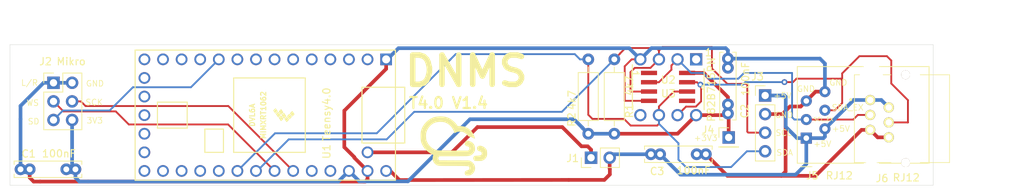
<source format=kicad_pcb>
(kicad_pcb (version 20171130) (host pcbnew "(5.1.5)-3")

  (general
    (thickness 1.6)
    (drawings 29)
    (tracks 236)
    (zones 0)
    (modules 19)
    (nets 38)
  )

  (page A4)
  (title_block
    (title "DNMS - Digital Noise Maesurement Sensor")
    (date 2019-06-09)
    (rev 0.9.0)
  )

  (layers
    (0 F.Cu signal)
    (31 B.Cu signal)
    (32 B.Adhes user)
    (33 F.Adhes user)
    (34 B.Paste user)
    (35 F.Paste user)
    (36 B.SilkS user)
    (37 F.SilkS user)
    (38 B.Mask user)
    (39 F.Mask user)
    (40 Dwgs.User user)
    (41 Cmts.User user)
    (42 Eco1.User user)
    (43 Eco2.User user)
    (44 Edge.Cuts user)
    (45 Margin user)
    (46 B.CrtYd user)
    (47 F.CrtYd user)
    (48 B.Fab user)
    (49 F.Fab user)
  )

  (setup
    (last_trace_width 0.25)
    (user_trace_width 0.5)
    (trace_clearance 0.2)
    (zone_clearance 0.508)
    (zone_45_only no)
    (trace_min 0.2)
    (via_size 0.8)
    (via_drill 0.4)
    (via_min_size 0.4)
    (via_min_drill 0.3)
    (uvia_size 0.3)
    (uvia_drill 0.1)
    (uvias_allowed no)
    (uvia_min_size 0.2)
    (uvia_min_drill 0.1)
    (edge_width 0.05)
    (segment_width 0.2)
    (pcb_text_width 0.3)
    (pcb_text_size 1.5 1.5)
    (mod_edge_width 0.12)
    (mod_text_size 1 1)
    (mod_text_width 0.15)
    (pad_size 1.524 1.524)
    (pad_drill 0.762)
    (pad_to_mask_clearance 0.051)
    (solder_mask_min_width 0.25)
    (aux_axis_origin 60.8584 94.1832)
    (visible_elements 7FFFFFFF)
    (pcbplotparams
      (layerselection 0x010fc_ffffffff)
      (usegerberextensions false)
      (usegerberattributes false)
      (usegerberadvancedattributes false)
      (creategerberjobfile false)
      (excludeedgelayer true)
      (linewidth 0.100000)
      (plotframeref false)
      (viasonmask false)
      (mode 1)
      (useauxorigin false)
      (hpglpennumber 1)
      (hpglpenspeed 20)
      (hpglpendiameter 15.000000)
      (psnegative false)
      (psa4output false)
      (plotreference true)
      (plotvalue true)
      (plotinvisibletext false)
      (padsonsilk false)
      (subtractmaskfromsilk false)
      (outputformat 1)
      (mirror false)
      (drillshape 0)
      (scaleselection 1)
      (outputdirectory "Gerber/"))
  )

  (net 0 "")
  (net 1 GND)
  (net 2 +3V3)
  (net 3 +5V)
  (net 4 SDA_Ex)
  (net 5 SCL_Ex)
  (net 6 SDA)
  (net 7 SCL)
  (net 8 SD)
  (net 9 WS)
  (net 10 SCK)
  (net 11 "Net-(U1-Pad5)")
  (net 12 "Net-(U2-Pad1)")
  (net 13 "Net-(U2-Pad5)")
  (net 14 "Net-(J1-Pad1)")
  (net 15 "Net-(U1-Pad2)")
  (net 16 "Net-(U1-Pad3)")
  (net 17 "Net-(U1-Pad4)")
  (net 18 "Net-(U1-Pad6)")
  (net 19 "Net-(U1-Pad7)")
  (net 20 "Net-(U1-Pad8)")
  (net 21 "Net-(U1-Pad9)")
  (net 22 "Net-(U1-Pad11)")
  (net 23 "Net-(U1-Pad12)")
  (net 24 "Net-(U1-Pad13)")
  (net 25 "Net-(U1-Pad30)")
  (net 26 "Net-(U1-Pad29)")
  (net 27 "Net-(U1-Pad24)")
  (net 28 "Net-(U1-Pad23)")
  (net 29 "Net-(U1-Pad22)")
  (net 30 "Net-(U1-Pad21)")
  (net 31 "Net-(U1-Pad14)")
  (net 32 "Net-(U1-Pad15)")
  (net 33 "Net-(U1-Pad16)")
  (net 34 "Net-(U1-Pad20)")
  (net 35 "Net-(U1-Pad19)")
  (net 36 "Net-(U1-Pad18)")
  (net 37 "Net-(U1-Pad17)")

  (net_class Default "Dies ist die voreingestellte Netzklasse."
    (clearance 0.2)
    (trace_width 0.25)
    (via_dia 0.8)
    (via_drill 0.4)
    (uvia_dia 0.3)
    (uvia_drill 0.1)
    (add_net +3V3)
    (add_net +5V)
    (add_net GND)
    (add_net "Net-(J1-Pad1)")
    (add_net "Net-(U1-Pad11)")
    (add_net "Net-(U1-Pad12)")
    (add_net "Net-(U1-Pad13)")
    (add_net "Net-(U1-Pad14)")
    (add_net "Net-(U1-Pad15)")
    (add_net "Net-(U1-Pad16)")
    (add_net "Net-(U1-Pad17)")
    (add_net "Net-(U1-Pad18)")
    (add_net "Net-(U1-Pad19)")
    (add_net "Net-(U1-Pad2)")
    (add_net "Net-(U1-Pad20)")
    (add_net "Net-(U1-Pad21)")
    (add_net "Net-(U1-Pad22)")
    (add_net "Net-(U1-Pad23)")
    (add_net "Net-(U1-Pad24)")
    (add_net "Net-(U1-Pad29)")
    (add_net "Net-(U1-Pad3)")
    (add_net "Net-(U1-Pad30)")
    (add_net "Net-(U1-Pad4)")
    (add_net "Net-(U1-Pad5)")
    (add_net "Net-(U1-Pad6)")
    (add_net "Net-(U1-Pad7)")
    (add_net "Net-(U1-Pad8)")
    (add_net "Net-(U1-Pad9)")
    (add_net "Net-(U2-Pad1)")
    (add_net "Net-(U2-Pad5)")
    (add_net SCK)
    (add_net SCL)
    (add_net SCL_Ex)
    (add_net SD)
    (add_net SDA)
    (add_net SDA_Ex)
    (add_net WS)
  )

  (module Connector_RJ:RJ12_Pulse_E5566Q0LK22L (layer F.Cu) (tedit 5DD16D65) (tstamp 5F0DB0A0)
    (at 182.40248 84.9122 90)
    (descr E5566-Q0LK22-L)
    (tags Connector)
    (path /5F0DB5D1)
    (fp_text reference J6 (at -8.1534 -2.41554) (layer F.SilkS)
      (effects (font (size 1 1) (thickness 0.15)))
    )
    (fp_text value RJ12 (at -8.05434 0.88392) (layer F.SilkS)
      (effects (font (size 1 1) (thickness 0.15)))
    )
    (fp_line (start -6 -6.2) (end 6 -6.2) (layer Dwgs.User) (width 0.2))
    (fp_line (start 6 -6.2) (end 6 6.8) (layer Dwgs.User) (width 0.2))
    (fp_line (start 6 6.8) (end -6 6.8) (layer Dwgs.User) (width 0.2))
    (fp_line (start -6 6.8) (end -6 -6.2) (layer Dwgs.User) (width 0.2))
    (fp_line (start -8.2 -7.8) (end 8.2 -7.8) (layer Dwgs.User) (width 0.1))
    (fp_line (start 8.2 -7.8) (end 8.2 7.8) (layer Dwgs.User) (width 0.1))
    (fp_line (start 8.2 7.8) (end -8.2 7.8) (layer Dwgs.User) (width 0.1))
    (fp_line (start -8.2 7.8) (end -8.2 -7.8) (layer Dwgs.User) (width 0.1))
    (fp_line (start -6 -1.2) (end -6 -6.2) (layer F.SilkS) (width 0.1))
    (fp_line (start -6 -6.2) (end 6 -6.2) (layer F.SilkS) (width 0.1))
    (fp_line (start 6 -6.2) (end 6 -1.2) (layer F.SilkS) (width 0.1))
    (fp_line (start -6 2.8) (end -6 6.8) (layer F.SilkS) (width 0.1))
    (fp_line (start -6 6.8) (end 6 6.8) (layer F.SilkS) (width 0.1))
    (fp_line (start 6 6.8) (end 6 2.8) (layer F.SilkS) (width 0.1))
    (fp_line (start 2.5 -6.7) (end 2.5 -6.7) (layer F.SilkS) (width 0.2))
    (fp_line (start 2.7 -6.7) (end 2.7 -6.7) (layer F.SilkS) (width 0.2))
    (fp_arc (start 2.6 -6.7) (end 2.5 -6.7) (angle 180) (layer F.SilkS) (width 0.2))
    (fp_arc (start 2.6 -6.7) (end 2.7 -6.7) (angle 180) (layer F.SilkS) (width 0.2))
    (pad 1 thru_hole circle (at 2.55 -4.04 180) (size 1.4 1.4) (drill 0.9) (layers *.Cu *.Mask F.SilkS)
      (net 3 +5V))
    (pad 2 thru_hole circle (at 1.53 -1.5 180) (size 1.4 1.4) (drill 0.9) (layers *.Cu *.Mask F.SilkS)
      (net 3 +5V))
    (pad 3 thru_hole circle (at 0.51 -4.04 180) (size 1.4 1.4) (drill 0.9) (layers *.Cu *.Mask F.SilkS)
      (net 5 SCL_Ex))
    (pad 4 thru_hole circle (at -0.51 -1.5 180) (size 1.4 1.4) (drill 0.9) (layers *.Cu *.Mask F.SilkS)
      (net 4 SDA_Ex))
    (pad 5 thru_hole circle (at -1.53 -4.04 180) (size 1.4 1.4) (drill 0.9) (layers *.Cu *.Mask F.SilkS)
      (net 1 GND))
    (pad 6 thru_hole circle (at -2.55 -1.5 180) (size 1.4 1.4) (drill 0.9) (layers *.Cu *.Mask F.SilkS)
      (net 1 GND))
    (pad 7 thru_hole circle (at -6 0.8 180) (size 1.2 1.2) (drill 2.4) (layers *.Cu *.Mask F.SilkS))
    (pad 8 thru_hole circle (at 6 0.8 180) (size 1.2 1.2) (drill 2.4) (layers *.Cu *.Mask F.SilkS))
    (model "${KISYS3DMOD}/Connector_RJ.3dshapes/RJ12_Pulse_615006138421 (rev1).wrl"
      (offset (xyz 0 -0.25 7))
      (scale (xyz 0.39 0.39 0.39))
      (rotate (xyz 0 0 0))
    )
  )

  (module Connector_RJ:RJ12_Amphenol_54601 (layer F.Cu) (tedit 5AE2E32D) (tstamp 5E7FA2AF)
    (at 169.63644 87.56856 90)
    (descr "RJ12 connector  https://cdn.amphenol-icc.com/media/wysiwyg/files/drawing/c-bmj-0082.pdf")
    (tags "RJ12 connector")
    (path /5E7FD347)
    (fp_text reference J5 (at -5.11858 0.81026) (layer F.SilkS)
      (effects (font (size 1 1) (thickness 0.15)))
    )
    (fp_text value RJ12 (at 3.54 18.3 90) (layer F.Fab)
      (effects (font (size 1 1) (thickness 0.15)))
    )
    (fp_text user %R (at 3.16 7.76 90) (layer F.Fab)
      (effects (font (size 1 1) (thickness 0.15)))
    )
    (fp_line (start -3.43 16.77) (end -3.43 0.52) (layer F.Fab) (width 0.1))
    (fp_line (start -3.43 -1.23) (end 9.77 -1.23) (layer F.Fab) (width 0.1))
    (fp_line (start 9.77 -1.23) (end 9.77 16.77) (layer F.Fab) (width 0.1))
    (fp_line (start 9.77 16.77) (end -3.43 16.77) (layer F.Fab) (width 0.1))
    (fp_line (start -4.04 -1.73) (end 10.38 -1.73) (layer F.CrtYd) (width 0.05))
    (fp_line (start 10.38 -1.73) (end 10.38 17.27) (layer F.CrtYd) (width 0.05))
    (fp_line (start 10.38 17.27) (end -4.04 17.27) (layer F.CrtYd) (width 0.05))
    (fp_line (start -4.04 17.27) (end -4.04 -1.73) (layer F.CrtYd) (width 0.05))
    (fp_line (start -3.43 -1.23) (end 9.77 -1.23) (layer F.SilkS) (width 0.12))
    (fp_line (start 9.77 -1.23) (end 9.77 7.79) (layer F.SilkS) (width 0.12))
    (fp_line (start 9.77 16.65) (end 9.77 16.77) (layer F.SilkS) (width 0.1))
    (fp_line (start 9.77 16.77) (end 9.77 9.99) (layer F.SilkS) (width 0.12))
    (fp_line (start 9.77 16.76) (end 9.77 16.77) (layer F.SilkS) (width 0.1))
    (fp_line (start 9.77 16.77) (end -3.43 16.77) (layer F.SilkS) (width 0.12))
    (fp_line (start -3.43 16.77) (end -3.43 9.99) (layer F.SilkS) (width 0.12))
    (fp_line (start -3.43 7.72) (end -3.43 7.79) (layer F.SilkS) (width 0.1))
    (fp_line (start -3.43 7.79) (end -3.43 -1.23) (layer F.SilkS) (width 0.12))
    (fp_line (start -3.9 0.77) (end -3.9 -0.76) (layer F.SilkS) (width 0.12))
    (fp_line (start -3.43 0.52) (end -2.93 0.02) (layer F.Fab) (width 0.1))
    (fp_line (start -2.93 0.02) (end -3.43 -0.48) (layer F.Fab) (width 0.1))
    (fp_line (start -3.43 -0.48) (end -3.43 -1.23) (layer F.Fab) (width 0.1))
    (pad 1 thru_hole rect (at 0 0 90) (size 1.52 1.52) (drill 0.76) (layers *.Cu *.Mask)
      (net 3 +5V))
    (pad "" np_thru_hole circle (at -1.91 8.89 90) (size 3.25 3.25) (drill 3.25) (layers *.Cu *.Mask))
    (pad 2 thru_hole circle (at 1.27 2.54 90) (size 1.52 1.52) (drill 0.76) (layers *.Cu *.Mask)
      (net 3 +5V))
    (pad 3 thru_hole circle (at 2.54 0 90) (size 1.52 1.52) (drill 0.76) (layers *.Cu *.Mask)
      (net 5 SCL_Ex))
    (pad 4 thru_hole circle (at 3.81 2.54 90) (size 1.52 1.52) (drill 0.76) (layers *.Cu *.Mask)
      (net 4 SDA_Ex))
    (pad 5 thru_hole circle (at 5.08 0 90) (size 1.52 1.52) (drill 0.76) (layers *.Cu *.Mask)
      (net 1 GND))
    (pad 6 thru_hole circle (at 6.35 2.54 90) (size 1.52 1.52) (drill 0.76) (layers *.Cu *.Mask)
      (net 1 GND))
    (pad "" np_thru_hole circle (at 8.25 8.89 90) (size 3.25 3.25) (drill 3.25) (layers *.Cu *.Mask))
    (model ${KISYS3DMOD}/Connector_RJ.3dshapes/RJ12_Amphenol_54601.wrl
      (offset (xyz 3 -17 0))
      (scale (xyz 0.4 0.4 0.4))
      (rotate (xyz -90 0 0))
    )
  )

  (module MountingHole:MountingHole_2.7mm_M2.5 (layer F.Cu) (tedit 56D1B4CB) (tstamp 5EC29EF7)
    (at 135.0264 89.9)
    (descr "Mounting Hole 2.7mm, no annular, M2.5")
    (tags "mounting hole 2.7mm no annular m2.5")
    (attr virtual)
    (fp_text reference REF1 (at 0 -3.7) (layer F.Fab) hide
      (effects (font (size 1 1) (thickness 0.15)))
    )
    (fp_text value MountingHole_2.7mm_M2.5 (at 0 3.7) (layer F.Fab)
      (effects (font (size 1 1) (thickness 0.15)))
    )
    (fp_text user %R (at 0.4826 0) (layer F.Fab)
      (effects (font (size 1 1) (thickness 0.15)))
    )
    (fp_circle (center 0 0) (end 2.7 0) (layer Cmts.User) (width 0.15))
    (fp_circle (center 0 0) (end 2.95 0) (layer F.CrtYd) (width 0.05))
    (pad 1 np_thru_hole circle (at 0 0) (size 2.7 2.7) (drill 2.7) (layers *.Cu *.Mask))
  )

  (module MountingHole:MountingHole_2.7mm_M2.5 (layer F.Cu) (tedit 56D1B4CB) (tstamp 5EC29DE5)
    (at 135.0264 79.3496)
    (descr "Mounting Hole 2.7mm, no annular, M2.5")
    (tags "mounting hole 2.7mm no annular m2.5")
    (attr virtual)
    (fp_text reference REF1 (at 0 -3.7) (layer F.Fab) hide
      (effects (font (size 1 1) (thickness 0.15)))
    )
    (fp_text value MountingHole_2.7mm_M2.5 (at 0 3.7) (layer F.Fab)
      (effects (font (size 1 1) (thickness 0.15)))
    )
    (fp_circle (center 0 0) (end 2.95 0) (layer F.CrtYd) (width 0.05))
    (fp_circle (center 0 0) (end 2.7 0) (layer Cmts.User) (width 0.15))
    (fp_text user %R (at 0.4826 0) (layer F.Fab)
      (effects (font (size 1 1) (thickness 0.15)))
    )
    (pad 1 np_thru_hole circle (at 0 0) (size 2.7 2.7) (drill 2.7) (layers *.Cu *.Mask))
  )

  (module Connector_PinHeader_2.54mm:PinHeader_1x01_P2.54mm_Vertical (layer F.Cu) (tedit 59FED5CC) (tstamp 5EC0643E)
    (at 159.0294 87.4776)
    (descr "Through hole straight pin header, 1x01, 2.54mm pitch, single row")
    (tags "Through hole pin header THT 1x01 2.54mm single row")
    (path /5EC540E4)
    (fp_text reference J4 (at -2.81178 -1.03378) (layer F.SilkS)
      (effects (font (size 1 1) (thickness 0.15)))
    )
    (fp_text value Conn_01x01 (at 0 2.33) (layer F.Fab)
      (effects (font (size 1 1) (thickness 0.15)))
    )
    (fp_text user %R (at 0 0 90) (layer F.Fab)
      (effects (font (size 1 1) (thickness 0.15)))
    )
    (fp_line (start 1.8 -1.8) (end -1.8 -1.8) (layer F.CrtYd) (width 0.05))
    (fp_line (start 1.8 1.8) (end 1.8 -1.8) (layer F.CrtYd) (width 0.05))
    (fp_line (start -1.8 1.8) (end 1.8 1.8) (layer F.CrtYd) (width 0.05))
    (fp_line (start -1.8 -1.8) (end -1.8 1.8) (layer F.CrtYd) (width 0.05))
    (fp_line (start -1.33 -1.33) (end 0 -1.33) (layer F.SilkS) (width 0.12))
    (fp_line (start -1.33 0) (end -1.33 -1.33) (layer F.SilkS) (width 0.12))
    (fp_line (start -1.33 1.27) (end 1.33 1.27) (layer F.SilkS) (width 0.12))
    (fp_line (start 1.33 1.27) (end 1.33 1.33) (layer F.SilkS) (width 0.12))
    (fp_line (start -1.33 1.27) (end -1.33 1.33) (layer F.SilkS) (width 0.12))
    (fp_line (start -1.33 1.33) (end 1.33 1.33) (layer F.SilkS) (width 0.12))
    (fp_line (start -1.27 -0.635) (end -0.635 -1.27) (layer F.Fab) (width 0.1))
    (fp_line (start -1.27 1.27) (end -1.27 -0.635) (layer F.Fab) (width 0.1))
    (fp_line (start 1.27 1.27) (end -1.27 1.27) (layer F.Fab) (width 0.1))
    (fp_line (start 1.27 -1.27) (end 1.27 1.27) (layer F.Fab) (width 0.1))
    (fp_line (start -0.635 -1.27) (end 1.27 -1.27) (layer F.Fab) (width 0.1))
    (pad 1 thru_hole rect (at 0 0) (size 1.7 1.7) (drill 1) (layers *.Cu *.Mask)
      (net 2 +3V3))
    (model ${KISYS3DMOD}/Connector_PinHeader_2.54mm.3dshapes/PinHeader_1x01_P2.54mm_Vertical.wrl
      (at (xyz 0 0 0))
      (scale (xyz 1 1 1))
      (rotate (xyz 0 0 0))
    )
  )

  (module P82B715:SOIC8 (layer F.Cu) (tedit 5EC0123E) (tstamp 5EC036D4)
    (at 150.749 80.5688 270)
    (descr "<b>Small Outline IC</b>")
    (path /5EC1071E)
    (fp_text reference U3 (at -3.30382 -1.2707 270) (layer F.SilkS)
      (effects (font (size 1.000551 1.000551) (thickness 0.015)))
    )
    (fp_text value P82B715DR (at 3.304735 -1.271045 270) (layer F.Fab)
      (effects (font (size 1.000827 1.000827) (thickness 0.015)))
    )
    (fp_poly (pts (xy -2.15306 -3.1) (xy -1.66 -3.1) (xy -1.66 -2.00285) (xy -2.15306 -2.00285)) (layer F.Fab) (width 0.01))
    (fp_poly (pts (xy -0.880451 -3.1) (xy -0.39 -3.1) (xy -0.39 -2.00102) (xy -0.880451 -2.00102)) (layer F.Fab) (width 0.01))
    (fp_poly (pts (xy 0.390281 -3.1) (xy 0.88 -3.1) (xy 0.88 -2.00144) (xy 0.390281 -2.00144)) (layer F.Fab) (width 0.01))
    (fp_poly (pts (xy 1.66296 -3.1) (xy 2.15 -3.1) (xy 2.15 -2.00357) (xy 1.66296 -2.00357)) (layer F.Fab) (width 0.01))
    (fp_poly (pts (xy 1.66051 2) (xy 2.15 2) (xy 2.15 3.10095) (xy 1.66051 3.10095)) (layer F.Fab) (width 0.01))
    (fp_poly (pts (xy 0.390069 2) (xy 0.88 2) (xy 0.88 3.10055) (xy 0.390069 3.10055)) (layer F.Fab) (width 0.01))
    (fp_poly (pts (xy -0.881052 2) (xy -0.39 2) (xy -0.39 3.1037) (xy -0.881052 3.1037)) (layer F.Fab) (width 0.01))
    (fp_poly (pts (xy -2.15284 2) (xy -1.66 2) (xy -1.66 3.10409) (xy -2.15284 3.10409)) (layer F.Fab) (width 0.01))
    (fp_text user U3 (at 0.9144 -0.0508 180) (layer F.SilkS)
      (effects (font (size 1 1) (thickness 0.15)))
    )
    (fp_text user Name (at -3.303375 -0.63527 270) (layer Dwgs.User)
      (effects (font (size 1.000417 1.000417) (thickness 0.015)))
    )
    (fp_line (start 2.4 1.4) (end -2.4 1.4) (layer F.Fab) (width 0.2032))
    (fp_line (start -2.4 -1.9) (end 2.4 -1.9) (layer F.Fab) (width 0.2032))
    (fp_line (start -2.4 1.4) (end -2.4 -1.9) (layer F.Fab) (width 0.2032))
    (fp_line (start -2.4 1.9) (end -2.4 1.4) (layer F.Fab) (width 0.2032))
    (fp_line (start 2.4 1.9) (end -2.4 1.9) (layer F.Fab) (width 0.2032))
    (fp_line (start 2.4 1.4) (end 2.4 1.9) (layer F.Fab) (width 0.2032))
    (fp_line (start 2.4 -1.9) (end 2.4 1.4) (layer F.Fab) (width 0.2032))
    (fp_poly (pts (xy -2.15056 -3.1) (xy -1.66 -3.1) (xy -1.66 -2.00053) (xy -2.15056 -2.00053)) (layer F.Fab) (width 0.01))
    (fp_poly (pts (xy -0.881297 -3.1) (xy -0.39 -3.1) (xy -0.39 -2.00295) (xy -0.881297 -2.00295)) (layer F.Fab) (width 0.01))
    (fp_poly (pts (xy 0.390394 -3.1) (xy 0.88 -3.1) (xy 0.88 -2.00202) (xy 0.390394 -2.00202)) (layer F.Fab) (width 0.01))
    (fp_poly (pts (xy 1.6608 -3.1) (xy 2.15 -3.1) (xy 2.15 -2.00096) (xy 1.6608 -2.00096)) (layer F.Fab) (width 0.01))
    (fp_poly (pts (xy 1.66083 2) (xy 2.15 2) (xy 2.15 3.10156) (xy 1.66083 3.10156)) (layer F.Fab) (width 0.01))
    (fp_poly (pts (xy 0.390136 2) (xy 0.88 2) (xy 0.88 3.10108) (xy 0.390136 3.10108)) (layer F.Fab) (width 0.01))
    (fp_poly (pts (xy -0.880443 2) (xy -0.39 2) (xy -0.39 3.10156) (xy -0.880443 3.10156)) (layer F.Fab) (width 0.01))
    (fp_poly (pts (xy -2.15428 2) (xy -1.66 2) (xy -1.66 3.10617) (xy -2.15428 3.10617)) (layer F.Fab) (width 0.01))
    (pad 5 smd rect (at 1.905 -2.6 270) (size 0.6 2.2) (layers F.Cu F.Paste F.Mask))
    (pad 6 smd rect (at 0.635 -2.6 270) (size 0.6 2.2) (layers F.Cu F.Paste F.Mask)
      (net 6 SDA))
    (pad 8 smd rect (at -1.905 -2.6 270) (size 0.6 2.2) (layers F.Cu F.Paste F.Mask)
      (net 2 +3V3))
    (pad 4 smd rect (at 1.905 2.6 270) (size 0.6 2.2) (layers F.Cu F.Paste F.Mask)
      (net 1 GND))
    (pad 3 smd rect (at 0.635 2.6 270) (size 0.6 2.2) (layers F.Cu F.Paste F.Mask)
      (net 7 SCL))
    (pad 1 smd rect (at -1.905 2.6 270) (size 0.6 2.2) (layers F.Cu F.Paste F.Mask))
    (pad 7 smd rect (at -0.635 -2.6 270) (size 0.6 2.2) (layers F.Cu F.Paste F.Mask)
      (net 4 SDA_Ex))
    (pad 2 smd rect (at -0.635 2.6 270) (size 0.6 2.2) (layers F.Cu F.Paste F.Mask)
      (net 5 SCL_Ex))
  )

  (module C_THT_100nF:C_THT_100nF_L9.0mm_W2.0mm_P5.00mm_P7.50mm (layer F.Cu) (tedit 5EC0017E) (tstamp 5D725005)
    (at 148.4122 89.7702)
    (descr "C, Rect series, Radial, pin pitch=7.50mm, , length*width=9*2.0mm^2, Capacitor, https://en.tdk.eu/inf/20/20/db/fc_2009/MKT_B32560_564.pdf")
    (tags "C Rect series Radial pin pitch 5.00mm 7.50mm  length 9mm width 2.0mm Capacitor")
    (path /5D7252B5)
    (fp_text reference C3 (at 0.84582 2.3302) (layer F.SilkS)
      (effects (font (size 1 1) (thickness 0.15)))
    )
    (fp_text value 100nF (at 5.81914 2.20828) (layer F.SilkS)
      (effects (font (size 1 1) (thickness 0.15)))
    )
    (fp_line (start -0.75 -1) (end -0.75 1) (layer F.Fab) (width 0.1))
    (fp_line (start -0.75 1) (end 8.25 1) (layer F.Fab) (width 0.1))
    (fp_line (start 8.25 1) (end 8.25 -1) (layer F.Fab) (width 0.1))
    (fp_line (start 8.25 -1) (end -0.75 -1) (layer F.Fab) (width 0.1))
    (fp_line (start -0.87 -1.12) (end 8.37 -1.12) (layer F.SilkS) (width 0.12))
    (fp_line (start -0.87 1.12) (end 8.37 1.12) (layer F.SilkS) (width 0.12))
    (fp_line (start -0.87 -1.12) (end -0.87 -0.665) (layer F.SilkS) (width 0.12))
    (fp_line (start -0.87 0.665) (end -0.87 1.12) (layer F.SilkS) (width 0.12))
    (fp_line (start 8.37 -1.12) (end 8.37 -0.665) (layer F.SilkS) (width 0.12))
    (fp_line (start 8.37 0.665) (end 8.37 1.12) (layer F.SilkS) (width 0.12))
    (fp_line (start -1.05 -1.25) (end -1.05 1.25) (layer F.CrtYd) (width 0.05))
    (fp_line (start -1.05 1.25) (end 8.55 1.25) (layer F.CrtYd) (width 0.05))
    (fp_line (start 8.55 1.25) (end 8.55 -1.25) (layer F.CrtYd) (width 0.05))
    (fp_line (start 8.55 -1.25) (end -1.05 -1.25) (layer F.CrtYd) (width 0.05))
    (fp_text user %R (at 3.75 0) (layer F.Fab)
      (effects (font (size 1 1) (thickness 0.15)))
    )
    (pad 2 thru_hole circle (at 6.25 0) (size 1.6 1.6) (drill 0.8) (layers *.Cu *.Mask)
      (net 1 GND))
    (pad 1 thru_hole circle (at 1.25 0) (size 1.6 1.6) (drill 0.8) (layers *.Cu *.Mask)
      (net 3 +5V))
    (pad 1 thru_hole circle (at 0 0) (size 1.6 1.6) (drill 0.8) (layers *.Cu *.Mask)
      (net 3 +5V))
    (pad 2 thru_hole circle (at 7.5 0) (size 1.6 1.6) (drill 0.8) (layers *.Cu *.Mask)
      (net 1 GND))
    (model ${KISYS3DMOD}/Capacitor_THT.3dshapes/C_Rect_L9.0mm_W2.5mm_P7.50mm_MKT.wrl
      (at (xyz 0 0 0))
      (scale (xyz 1 1 1))
      (rotate (xyz 0 0 0))
    )
  )

  (module C_THT_100nF:C_THT_100nF_L9.0mm_W2.0mm_P5.00mm_P7.50mm (layer F.Cu) (tedit 5EC0017E) (tstamp 5CFE465A)
    (at 158.9278 84.2104 90)
    (descr "C, Rect series, Radial, pin pitch=7.50mm, , length*width=9*2.0mm^2, Capacitor, https://en.tdk.eu/inf/20/20/db/fc_2009/MKT_B32560_564.pdf")
    (tags "C Rect series Radial pin pitch 5.00mm 7.50mm  length 9mm width 2.0mm Capacitor")
    (path /5CFC928F)
    (fp_text reference C2 (at 0.32258 2.30378 90) (layer F.SilkS)
      (effects (font (size 1 1) (thickness 0.15)))
    )
    (fp_text value 100nF (at 4.72948 2.39522 90) (layer F.SilkS)
      (effects (font (size 1 1) (thickness 0.15)))
    )
    (fp_line (start -0.75 -1) (end -0.75 1) (layer F.Fab) (width 0.1))
    (fp_line (start -0.75 1) (end 8.25 1) (layer F.Fab) (width 0.1))
    (fp_line (start 8.25 1) (end 8.25 -1) (layer F.Fab) (width 0.1))
    (fp_line (start 8.25 -1) (end -0.75 -1) (layer F.Fab) (width 0.1))
    (fp_line (start -0.87 -1.12) (end 8.37 -1.12) (layer F.SilkS) (width 0.12))
    (fp_line (start -0.87 1.12) (end 8.37 1.12) (layer F.SilkS) (width 0.12))
    (fp_line (start -0.87 -1.12) (end -0.87 -0.665) (layer F.SilkS) (width 0.12))
    (fp_line (start -0.87 0.665) (end -0.87 1.12) (layer F.SilkS) (width 0.12))
    (fp_line (start 8.37 -1.12) (end 8.37 -0.665) (layer F.SilkS) (width 0.12))
    (fp_line (start 8.37 0.665) (end 8.37 1.12) (layer F.SilkS) (width 0.12))
    (fp_line (start -1.05 -1.25) (end -1.05 1.25) (layer F.CrtYd) (width 0.05))
    (fp_line (start -1.05 1.25) (end 8.55 1.25) (layer F.CrtYd) (width 0.05))
    (fp_line (start 8.55 1.25) (end 8.55 -1.25) (layer F.CrtYd) (width 0.05))
    (fp_line (start 8.55 -1.25) (end -1.05 -1.25) (layer F.CrtYd) (width 0.05))
    (fp_text user %R (at 3.75 0 90) (layer F.Fab)
      (effects (font (size 1 1) (thickness 0.15)))
    )
    (pad 2 thru_hole circle (at 6.25 0 90) (size 1.6 1.6) (drill 0.8) (layers *.Cu *.Mask)
      (net 1 GND))
    (pad 1 thru_hole circle (at 1.25 0 90) (size 1.6 1.6) (drill 0.8) (layers *.Cu *.Mask)
      (net 2 +3V3))
    (pad 1 thru_hole circle (at 0 0 90) (size 1.6 1.6) (drill 0.8) (layers *.Cu *.Mask)
      (net 2 +3V3))
    (pad 2 thru_hole circle (at 7.5 0 90) (size 1.6 1.6) (drill 0.8) (layers *.Cu *.Mask)
      (net 1 GND))
    (model ${KISYS3DMOD}/Capacitor_THT.3dshapes/C_Rect_L9.0mm_W2.5mm_P7.50mm_MKT.wrl
      (at (xyz 0 0 0))
      (scale (xyz 1 1 1))
      (rotate (xyz 0 0 0))
    )
  )

  (module C_THT_100nF:C_THT_100nF_L9.0mm_W2.0mm_P5.00mm_P7.50mm (layer F.Cu) (tedit 5EC0017E) (tstamp 5D72876F)
    (at 69.7992 91.8274 180)
    (descr "C, Rect series, Radial, pin pitch=7.50mm, , length*width=9*2.0mm^2, Capacitor, https://en.tdk.eu/inf/20/20/db/fc_2009/MKT_B32560_564.pdf")
    (tags "C Rect series Radial pin pitch 5.00mm 7.50mm  length 9mm width 2.0mm Capacitor")
    (path /5D744AD1)
    (fp_text reference C1 (at 6.39064 2.11714) (layer F.SilkS)
      (effects (font (size 1 1) (thickness 0.15)))
    )
    (fp_text value 100nF (at 2.25044 2.13746) (layer F.SilkS)
      (effects (font (size 1 1) (thickness 0.15)))
    )
    (fp_line (start -0.75 -1) (end -0.75 1) (layer F.Fab) (width 0.1))
    (fp_line (start -0.75 1) (end 8.25 1) (layer F.Fab) (width 0.1))
    (fp_line (start 8.25 1) (end 8.25 -1) (layer F.Fab) (width 0.1))
    (fp_line (start 8.25 -1) (end -0.75 -1) (layer F.Fab) (width 0.1))
    (fp_line (start -0.87 -1.12) (end 8.37 -1.12) (layer F.SilkS) (width 0.12))
    (fp_line (start -0.87 1.12) (end 8.37 1.12) (layer F.SilkS) (width 0.12))
    (fp_line (start -0.87 -1.12) (end -0.87 -0.665) (layer F.SilkS) (width 0.12))
    (fp_line (start -0.87 0.665) (end -0.87 1.12) (layer F.SilkS) (width 0.12))
    (fp_line (start 8.37 -1.12) (end 8.37 -0.665) (layer F.SilkS) (width 0.12))
    (fp_line (start 8.37 0.665) (end 8.37 1.12) (layer F.SilkS) (width 0.12))
    (fp_line (start -1.05 -1.25) (end -1.05 1.25) (layer F.CrtYd) (width 0.05))
    (fp_line (start -1.05 1.25) (end 8.55 1.25) (layer F.CrtYd) (width 0.05))
    (fp_line (start 8.55 1.25) (end 8.55 -1.25) (layer F.CrtYd) (width 0.05))
    (fp_line (start 8.55 -1.25) (end -1.05 -1.25) (layer F.CrtYd) (width 0.05))
    (fp_text user %R (at 3.75 0) (layer F.Fab)
      (effects (font (size 1 1) (thickness 0.15)))
    )
    (pad 2 thru_hole circle (at 6.25 0 180) (size 1.6 1.6) (drill 0.8) (layers *.Cu *.Mask)
      (net 1 GND))
    (pad 1 thru_hole circle (at 1.25 0 180) (size 1.6 1.6) (drill 0.8) (layers *.Cu *.Mask)
      (net 2 +3V3))
    (pad 1 thru_hole circle (at 0 0 180) (size 1.6 1.6) (drill 0.8) (layers *.Cu *.Mask)
      (net 2 +3V3))
    (pad 2 thru_hole circle (at 7.5 0 180) (size 1.6 1.6) (drill 0.8) (layers *.Cu *.Mask)
      (net 1 GND))
    (model ${KISYS3DMOD}/Capacitor_THT.3dshapes/C_Rect_L9.0mm_W2.5mm_P7.50mm_MKT.wrl
      (at (xyz 0 0 0))
      (scale (xyz 1 1 1))
      (rotate (xyz 0 0 0))
    )
  )

  (module Teensy:Teensy40 (layer F.Cu) (tedit 5D521536) (tstamp 5E80D5AE)
    (at 95.7326 84.4296 180)
    (path /5E811AB3)
    (fp_text reference U1 (at -8.382 -4.9784 90) (layer F.SilkS)
      (effects (font (size 1 1) (thickness 0.15)))
    )
    (fp_text value Teensy4.0 (at -8.382 0.1016 90) (layer F.SilkS)
      (effects (font (size 1 1) (thickness 0.15)))
    )
    (fp_text user DVL6A (at 1.778 0 90) (layer F.SilkS)
      (effects (font (size 0.7 0.7) (thickness 0.15)))
    )
    (fp_poly (pts (xy -3.937 0.127) (xy -3.683 -0.127) (xy -3.429 0.254) (xy -3.683 0.508)) (layer F.SilkS) (width 0.1))
    (fp_poly (pts (xy -3.556 -0.254) (xy -3.302 -0.508) (xy -3.048 -0.127) (xy -3.302 0.127)) (layer F.SilkS) (width 0.1))
    (fp_poly (pts (xy -1.651 0.508) (xy -1.397 0.254) (xy -1.143 0.635) (xy -1.397 0.889)) (layer F.SilkS) (width 0.1))
    (fp_poly (pts (xy -2.032 0) (xy -1.778 -0.254) (xy -1.524 0.127) (xy -1.778 0.381)) (layer F.SilkS) (width 0.1))
    (fp_poly (pts (xy -2.413 -0.508) (xy -2.159 -0.762) (xy -1.905 -0.381) (xy -2.159 -0.127)) (layer F.SilkS) (width 0.1))
    (fp_poly (pts (xy -2.413 0.381) (xy -2.159 0.127) (xy -1.905 0.508) (xy -2.159 0.762)) (layer F.SilkS) (width 0.1))
    (fp_poly (pts (xy -2.794 -0.127) (xy -2.54 -0.381) (xy -2.286 0) (xy -2.54 0.254)) (layer F.SilkS) (width 0.1))
    (fp_poly (pts (xy -3.175 -0.635) (xy -2.921 -0.889) (xy -2.667 -0.508) (xy -2.921 -0.254)) (layer F.SilkS) (width 0.1))
    (fp_text user MIMXRT1062 (at 0.254 0 90) (layer F.SilkS)
      (effects (font (size 0.7 0.7) (thickness 0.15)))
    )
    (fp_line (start 5.715 -1.905) (end 5.715 -5.08) (layer F.SilkS) (width 0.15))
    (fp_line (start 8.255 -1.905) (end 5.715 -1.905) (layer F.SilkS) (width 0.15))
    (fp_line (start 8.255 -5.08) (end 8.255 -1.905) (layer F.SilkS) (width 0.15))
    (fp_line (start 5.715 -5.08) (end 8.255 -5.08) (layer F.SilkS) (width 0.15))
    (fp_line (start -17.78 8.89) (end -17.78 -8.89) (layer F.SilkS) (width 0.15))
    (fp_line (start 17.78 8.89) (end -17.78 8.89) (layer F.SilkS) (width 0.15))
    (fp_line (start 17.78 -8.89) (end 17.78 8.89) (layer F.SilkS) (width 0.15))
    (fp_line (start -17.78 -8.89) (end 17.78 -8.89) (layer F.SilkS) (width 0.15))
    (fp_line (start 4.318 5.08) (end -5.461 5.08) (layer F.SilkS) (width 0.15))
    (fp_line (start 4.318 -5.08) (end -5.461 -5.08) (layer F.SilkS) (width 0.15))
    (fp_line (start -5.461 -5.08) (end -5.461 5.08) (layer F.SilkS) (width 0.15))
    (fp_line (start 4.318 5.08) (end 4.318 -5.08) (layer F.SilkS) (width 0.15))
    (fp_line (start 10.668 -1.778) (end 14.732 -1.778) (layer F.SilkS) (width 0.15))
    (fp_line (start 10.668 1.778) (end 10.668 -1.778) (layer F.SilkS) (width 0.15))
    (fp_line (start 14.732 1.778) (end 10.668 1.778) (layer F.SilkS) (width 0.15))
    (fp_line (start 14.732 -1.778) (end 14.732 1.778) (layer F.SilkS) (width 0.15))
    (fp_line (start -13.208 3.81) (end -17.78 3.81) (layer F.SilkS) (width 0.15))
    (fp_line (start -13.208 -3.81) (end -17.78 -3.81) (layer F.SilkS) (width 0.15))
    (fp_line (start -13.208 3.81) (end -13.208 -3.81) (layer F.SilkS) (width 0.15))
    (fp_line (start -19.05 -3.81) (end -17.78 -3.81) (layer F.SilkS) (width 0.15))
    (fp_line (start -19.05 3.81) (end -19.05 -3.81) (layer F.SilkS) (width 0.15))
    (fp_line (start -17.78 3.81) (end -19.05 3.81) (layer F.SilkS) (width 0.15))
    (pad 1 thru_hole rect (at -16.51 7.62 180) (size 1.6 1.6) (drill 1.1) (layers *.Cu *.Mask)
      (net 1 GND))
    (pad 2 thru_hole circle (at -13.97 7.62 180) (size 1.6 1.6) (drill 1.1) (layers *.Cu *.Mask)
      (net 15 "Net-(U1-Pad2)"))
    (pad 3 thru_hole circle (at -11.43 7.62 180) (size 1.6 1.6) (drill 1.1) (layers *.Cu *.Mask)
      (net 16 "Net-(U1-Pad3)"))
    (pad 4 thru_hole circle (at -8.89 7.62 180) (size 1.6 1.6) (drill 1.1) (layers *.Cu *.Mask)
      (net 17 "Net-(U1-Pad4)"))
    (pad 5 thru_hole circle (at -6.35 7.62 180) (size 1.6 1.6) (drill 1.1) (layers *.Cu *.Mask)
      (net 11 "Net-(U1-Pad5)"))
    (pad 6 thru_hole circle (at -3.81 7.62 180) (size 1.6 1.6) (drill 1.1) (layers *.Cu *.Mask)
      (net 18 "Net-(U1-Pad6)"))
    (pad 7 thru_hole circle (at -1.27 7.62 180) (size 1.6 1.6) (drill 1.1) (layers *.Cu *.Mask)
      (net 19 "Net-(U1-Pad7)"))
    (pad 8 thru_hole circle (at 1.27 7.62 180) (size 1.6 1.6) (drill 1.1) (layers *.Cu *.Mask)
      (net 20 "Net-(U1-Pad8)"))
    (pad 9 thru_hole circle (at 3.81 7.62 180) (size 1.6 1.6) (drill 1.1) (layers *.Cu *.Mask)
      (net 21 "Net-(U1-Pad9)"))
    (pad 10 thru_hole circle (at 6.35 7.62 180) (size 1.6 1.6) (drill 1.1) (layers *.Cu *.Mask)
      (net 8 SD))
    (pad 11 thru_hole circle (at 8.89 7.62 180) (size 1.6 1.6) (drill 1.1) (layers *.Cu *.Mask)
      (net 22 "Net-(U1-Pad11)"))
    (pad 12 thru_hole circle (at 11.43 7.62 180) (size 1.6 1.6) (drill 1.1) (layers *.Cu *.Mask)
      (net 23 "Net-(U1-Pad12)"))
    (pad 13 thru_hole circle (at 13.97 7.62 180) (size 1.6 1.6) (drill 1.1) (layers *.Cu *.Mask)
      (net 24 "Net-(U1-Pad13)"))
    (pad 34 thru_hole circle (at -13.97 -5.08 180) (size 1.6 1.6) (drill 1.1) (layers *.Cu *.Mask)
      (net 14 "Net-(J1-Pad1)"))
    (pad 33 thru_hole circle (at -16.51 -7.62 180) (size 1.6 1.6) (drill 1.1) (layers *.Cu *.Mask)
      (net 3 +5V))
    (pad 32 thru_hole circle (at -13.97 -7.62 180) (size 1.6 1.6) (drill 1.1) (layers *.Cu *.Mask)
      (net 1 GND))
    (pad 31 thru_hole circle (at -11.43 -7.62 180) (size 1.6 1.6) (drill 1.1) (layers *.Cu *.Mask)
      (net 2 +3V3))
    (pad 30 thru_hole circle (at -8.89 -7.62 180) (size 1.6 1.6) (drill 1.1) (layers *.Cu *.Mask)
      (net 25 "Net-(U1-Pad30)"))
    (pad 29 thru_hole circle (at -6.35 -7.62 180) (size 1.6 1.6) (drill 1.1) (layers *.Cu *.Mask)
      (net 26 "Net-(U1-Pad29)"))
    (pad 28 thru_hole circle (at -3.81 -7.62 180) (size 1.6 1.6) (drill 1.1) (layers *.Cu *.Mask)
      (net 10 SCK))
    (pad 27 thru_hole circle (at -1.27 -7.62 180) (size 1.6 1.6) (drill 1.1) (layers *.Cu *.Mask)
      (net 9 WS))
    (pad 26 thru_hole circle (at 1.27 -7.62 180) (size 1.6 1.6) (drill 1.1) (layers *.Cu *.Mask)
      (net 7 SCL))
    (pad 25 thru_hole circle (at 3.81 -7.62 180) (size 1.6 1.6) (drill 1.1) (layers *.Cu *.Mask)
      (net 6 SDA))
    (pad 24 thru_hole circle (at 6.35 -7.62 180) (size 1.6 1.6) (drill 1.1) (layers *.Cu *.Mask)
      (net 27 "Net-(U1-Pad24)"))
    (pad 23 thru_hole circle (at 8.89 -7.62 180) (size 1.6 1.6) (drill 1.1) (layers *.Cu *.Mask)
      (net 28 "Net-(U1-Pad23)"))
    (pad 22 thru_hole circle (at 11.43 -7.62 180) (size 1.6 1.6) (drill 1.1) (layers *.Cu *.Mask)
      (net 29 "Net-(U1-Pad22)"))
    (pad 21 thru_hole circle (at 13.97 -7.62 180) (size 1.6 1.6) (drill 1.1) (layers *.Cu *.Mask)
      (net 30 "Net-(U1-Pad21)"))
    (pad 14 thru_hole circle (at 16.51 7.62 180) (size 1.6 1.6) (drill 1.1) (layers *.Cu *.Mask)
      (net 31 "Net-(U1-Pad14)"))
    (pad 15 thru_hole circle (at 16.51 5.08 180) (size 1.6 1.6) (drill 1.1) (layers *.Cu *.Mask)
      (net 32 "Net-(U1-Pad15)"))
    (pad 16 thru_hole circle (at 16.51 2.54 180) (size 1.6 1.6) (drill 1.1) (layers *.Cu *.Mask)
      (net 33 "Net-(U1-Pad16)"))
    (pad 20 thru_hole circle (at 16.51 -7.62 180) (size 1.6 1.6) (drill 1.1) (layers *.Cu *.Mask)
      (net 34 "Net-(U1-Pad20)"))
    (pad 19 thru_hole circle (at 16.51 -5.08 180) (size 1.6 1.6) (drill 1.1) (layers *.Cu *.Mask)
      (net 35 "Net-(U1-Pad19)"))
    (pad 18 thru_hole circle (at 16.51 -2.54 180) (size 1.6 1.6) (drill 1.1) (layers *.Cu *.Mask)
      (net 36 "Net-(U1-Pad18)"))
    (pad 17 thru_hole circle (at 16.51 0 180) (size 1.6 1.6) (drill 1.1) (layers *.Cu *.Mask)
      (net 37 "Net-(U1-Pad17)"))
  )

  (module Connector_PinHeader_2.54mm:PinHeader_2x03_P2.54mm_Vertical (layer F.Cu) (tedit 59FED5CC) (tstamp 5E7FB865)
    (at 66.802 80.01)
    (descr "Through hole straight pin header, 2x03, 2.54mm pitch, double rows")
    (tags "Through hole pin header THT 2x03 2.54mm double row")
    (path /5E810B8F)
    (fp_text reference J2 (at -1.0795 -2.9083) (layer F.SilkS)
      (effects (font (size 1 1) (thickness 0.15)))
    )
    (fp_text value Conn_02x03_Odd_Even (at 1.27 7.41) (layer F.Fab)
      (effects (font (size 1 1) (thickness 0.15)))
    )
    (fp_text user %R (at 1.27 2.54 90) (layer F.Fab)
      (effects (font (size 1 1) (thickness 0.15)))
    )
    (fp_line (start 4.35 -1.8) (end -1.8 -1.8) (layer F.CrtYd) (width 0.05))
    (fp_line (start 4.35 6.85) (end 4.35 -1.8) (layer F.CrtYd) (width 0.05))
    (fp_line (start -1.8 6.85) (end 4.35 6.85) (layer F.CrtYd) (width 0.05))
    (fp_line (start -1.8 -1.8) (end -1.8 6.85) (layer F.CrtYd) (width 0.05))
    (fp_line (start -1.33 -1.33) (end 0 -1.33) (layer F.SilkS) (width 0.12))
    (fp_line (start -1.33 0) (end -1.33 -1.33) (layer F.SilkS) (width 0.12))
    (fp_line (start 1.27 -1.33) (end 3.87 -1.33) (layer F.SilkS) (width 0.12))
    (fp_line (start 1.27 1.27) (end 1.27 -1.33) (layer F.SilkS) (width 0.12))
    (fp_line (start -1.33 1.27) (end 1.27 1.27) (layer F.SilkS) (width 0.12))
    (fp_line (start 3.87 -1.33) (end 3.87 6.41) (layer F.SilkS) (width 0.12))
    (fp_line (start -1.33 1.27) (end -1.33 6.41) (layer F.SilkS) (width 0.12))
    (fp_line (start -1.33 6.41) (end 3.87 6.41) (layer F.SilkS) (width 0.12))
    (fp_line (start -1.27 0) (end 0 -1.27) (layer F.Fab) (width 0.1))
    (fp_line (start -1.27 6.35) (end -1.27 0) (layer F.Fab) (width 0.1))
    (fp_line (start 3.81 6.35) (end -1.27 6.35) (layer F.Fab) (width 0.1))
    (fp_line (start 3.81 -1.27) (end 3.81 6.35) (layer F.Fab) (width 0.1))
    (fp_line (start 0 -1.27) (end 3.81 -1.27) (layer F.Fab) (width 0.1))
    (pad 6 thru_hole oval (at 2.54 5.08) (size 1.7 1.7) (drill 1) (layers *.Cu *.Mask)
      (net 2 +3V3))
    (pad 5 thru_hole oval (at 0 5.08) (size 1.7 1.7) (drill 1) (layers *.Cu *.Mask)
      (net 8 SD))
    (pad 4 thru_hole oval (at 2.54 2.54) (size 1.7 1.7) (drill 1) (layers *.Cu *.Mask)
      (net 10 SCK))
    (pad 3 thru_hole oval (at 0 2.54) (size 1.7 1.7) (drill 1) (layers *.Cu *.Mask)
      (net 9 WS))
    (pad 2 thru_hole oval (at 2.54 0) (size 1.7 1.7) (drill 1) (layers *.Cu *.Mask)
      (net 1 GND))
    (pad 1 thru_hole rect (at 0 0) (size 1.7 1.7) (drill 1) (layers *.Cu *.Mask)
      (net 1 GND))
    (model ${KISYS3DMOD}/Connector_PinHeader_2.54mm.3dshapes/PinHeader_2x03_P2.54mm_Vertical.wrl
      (at (xyz 0 0 0))
      (scale (xyz 1 1 1))
      (rotate (xyz 0 0 0))
    )
  )

  (module MountingHole:MountingHole_2.7mm_M2.5 (layer F.Cu) (tedit 56D1B4CB) (tstamp 5D7256F5)
    (at 74.643 90.1)
    (descr "Mounting Hole 2.7mm, no annular, M2.5")
    (tags "mounting hole 2.7mm no annular m2.5")
    (attr virtual)
    (fp_text reference REF1 (at 0 -3.7) (layer F.Fab) hide
      (effects (font (size 1 1) (thickness 0.15)))
    )
    (fp_text value MountingHole_2.7mm_M2.5 (at 0 3.7) (layer F.Fab)
      (effects (font (size 1 1) (thickness 0.15)))
    )
    (fp_circle (center 0 0) (end 2.95 0) (layer F.CrtYd) (width 0.05))
    (fp_circle (center 0 0) (end 2.7 0) (layer Cmts.User) (width 0.15))
    (fp_text user %R (at 0.4826 0) (layer F.Fab)
      (effects (font (size 1 1) (thickness 0.15)))
    )
    (pad 1 np_thru_hole circle (at 0 0) (size 2.7 2.7) (drill 2.7) (layers *.Cu *.Mask))
  )

  (module MountingHole:MountingHole_2.7mm_M2.5 (layer F.Cu) (tedit 56D1B4CB) (tstamp 5D725680)
    (at 74.643 77.924)
    (descr "Mounting Hole 2.7mm, no annular, M2.5")
    (tags "mounting hole 2.7mm no annular m2.5")
    (attr virtual)
    (fp_text reference REF1 (at 0 -3.7) (layer F.Fab) hide
      (effects (font (size 1 1) (thickness 0.15)))
    )
    (fp_text value MountingHole_2.7mm_M2.5 (at 0 3.7) (layer F.Fab)
      (effects (font (size 1 1) (thickness 0.15)))
    )
    (fp_text user %R (at 0.4826 0) (layer F.Fab)
      (effects (font (size 1 1) (thickness 0.15)))
    )
    (fp_circle (center 0 0) (end 2.7 0) (layer Cmts.User) (width 0.15))
    (fp_circle (center 0 0) (end 2.95 0) (layer F.CrtYd) (width 0.05))
    (pad 1 np_thru_hole circle (at 0 0) (size 2.7 2.7) (drill 2.7) (layers *.Cu *.Mask))
  )

  (module "logos eigene:logo luftdaten.info" (layer F.Cu) (tedit 0) (tstamp 5D0421AC)
    (at 121.4898 88.6698)
    (fp_text reference G*** (at 0 0) (layer F.SilkS) hide
      (effects (font (size 1.524 1.524) (thickness 0.3)))
    )
    (fp_text value LOGO (at 0.75 0) (layer F.SilkS) hide
      (effects (font (size 1.524 1.524) (thickness 0.3)))
    )
    (fp_poly (pts (xy 3.755629 -0.03606) (xy 3.871683 0.002212) (xy 4.097614 0.110327) (xy 4.27774 0.249729)
      (xy 4.426716 0.4323) (xy 4.453253 0.473728) (xy 4.487682 0.540871) (xy 4.51058 0.619788)
      (xy 4.525016 0.726784) (xy 4.53406 0.878168) (xy 4.535286 0.909596) (xy 4.537266 1.113001)
      (xy 4.523232 1.270547) (xy 4.488965 1.398772) (xy 4.430247 1.514211) (xy 4.354285 1.61925)
      (xy 4.273477 1.716965) (xy 4.206338 1.784904) (xy 4.131735 1.840592) (xy 4.028534 1.901555)
      (xy 3.984625 1.925804) (xy 3.916944 1.960762) (xy 3.854035 1.985235) (xy 3.782166 2.001411)
      (xy 3.687606 2.011476) (xy 3.556626 2.017619) (xy 3.381375 2.021907) (xy 3.214459 2.023229)
      (xy 3.065978 2.020556) (xy 2.949677 2.014413) (xy 2.879303 2.005325) (xy 2.869822 2.002375)
      (xy 2.766293 1.926587) (xy 2.696847 1.812856) (xy 2.665267 1.679046) (xy 2.675339 1.54302)
      (xy 2.730848 1.422644) (xy 2.743613 1.406707) (xy 2.779182 1.368688) (xy 2.817056 1.342664)
      (xy 2.870169 1.325585) (xy 2.951458 1.314403) (xy 3.073859 1.306066) (xy 3.196051 1.300052)
      (xy 3.411253 1.285932) (xy 3.570859 1.263741) (xy 3.682656 1.229282) (xy 3.754431 1.178355)
      (xy 3.793968 1.106763) (xy 3.809054 1.010307) (xy 3.81 0.969019) (xy 3.783001 0.849033)
      (xy 3.711114 0.755944) (xy 3.608001 0.704322) (xy 3.556326 0.6985) (xy 3.456787 0.680598)
      (xy 3.37232 0.64295) (xy 3.261692 0.556816) (xy 3.20078 0.464004) (xy 3.177515 0.343179)
      (xy 3.176056 0.295999) (xy 3.179689 0.19416) (xy 3.200443 0.128176) (xy 3.250616 0.070586)
      (xy 3.293359 0.034061) (xy 3.424075 -0.040845) (xy 3.575947 -0.064097) (xy 3.755629 -0.03606)) (layer F.SilkS) (width 0.01))
    (fp_poly (pts (xy -1.565841 -4.056015) (xy -1.317239 -4.033177) (xy -1.102881 -3.99716) (xy -0.934086 -3.949639)
      (xy -0.867104 -3.920432) (xy -0.797179 -3.887719) (xy -0.752941 -3.873703) (xy -0.752584 -3.873696)
      (xy -0.715556 -3.858675) (xy -0.637565 -3.818604) (xy -0.532343 -3.760689) (xy -0.475401 -3.72821)
      (xy -0.253398 -3.580766) (xy -0.030355 -3.398154) (xy 0.175131 -3.197431) (xy 0.34446 -2.995651)
      (xy 0.383087 -2.940949) (xy 0.519954 -2.737653) (xy 0.823539 -2.739073) (xy 1.014446 -2.733309)
      (xy 1.20223 -2.715883) (xy 1.370061 -2.689217) (xy 1.501108 -2.655731) (xy 1.553857 -2.634019)
      (xy 1.610256 -2.606371) (xy 1.69982 -2.56433) (xy 1.757984 -2.537605) (xy 1.837339 -2.494252)
      (xy 1.940192 -2.42819) (xy 2.054325 -2.348565) (xy 2.167518 -2.264525) (xy 2.267553 -2.185219)
      (xy 2.342211 -2.119793) (xy 2.379273 -2.077397) (xy 2.38125 -2.070981) (xy 2.40089 -2.033861)
      (xy 2.448955 -1.974336) (xy 2.45675 -1.965803) (xy 2.521468 -1.880933) (xy 2.597253 -1.759371)
      (xy 2.674097 -1.62) (xy 2.741994 -1.481701) (xy 2.790935 -1.363357) (xy 2.808698 -1.30175)
      (xy 2.833377 -1.203367) (xy 2.86406 -1.120519) (xy 2.864688 -1.119236) (xy 2.886783 -1.054635)
      (xy 2.867193 -1.030406) (xy 2.802934 -1.046014) (xy 2.708902 -1.091298) (xy 2.53708 -1.178586)
      (xy 2.398713 -1.237767) (xy 2.274544 -1.27614) (xy 2.162556 -1.29836) (xy 2.041375 -1.327808)
      (xy 1.966039 -1.374101) (xy 1.94397 -1.400486) (xy 1.810212 -1.570327) (xy 1.660971 -1.709484)
      (xy 1.480606 -1.83019) (xy 1.253473 -1.944683) (xy 1.241223 -1.950189) (xy 1.17739 -1.964837)
      (xy 1.068048 -1.976347) (xy 0.931167 -1.983173) (xy 0.844348 -1.984375) (xy 0.670975 -1.980877)
      (xy 0.537741 -1.96662) (xy 0.421488 -1.935964) (xy 0.29906 -1.883267) (xy 0.185601 -1.823898)
      (xy 0.114318 -1.787958) (xy 0.079266 -1.790568) (xy 0.061894 -1.8412) (xy 0.053405 -1.891403)
      (xy 0.01843 -2.014279) (xy -0.047127 -2.167826) (xy -0.133581 -2.333613) (xy -0.231245 -2.493214)
      (xy -0.330431 -2.6282) (xy -0.339618 -2.639117) (xy -0.510617 -2.816014) (xy -0.702193 -2.975248)
      (xy -0.894285 -3.100954) (xy -0.976772 -3.142915) (xy -1.07413 -3.187951) (xy -1.153631 -3.226032)
      (xy -1.180027 -3.239382) (xy -1.280464 -3.274188) (xy -1.42871 -3.301735) (xy -1.609323 -3.320406)
      (xy -1.806865 -3.328584) (xy -1.997896 -3.325072) (xy -2.305222 -3.290357) (xy -2.576341 -3.216353)
      (xy -2.828832 -3.097527) (xy -2.940375 -3.028412) (xy -3.061828 -2.935862) (xy -3.194129 -2.815978)
      (xy -3.322256 -2.684331) (xy -3.431189 -2.556494) (xy -3.505907 -2.448037) (xy -3.513079 -2.434708)
      (xy -3.552731 -2.363105) (xy -3.582016 -2.320158) (xy -3.584541 -2.31775) (xy -3.610798 -2.275609)
      (xy -3.64871 -2.190338) (xy -3.691605 -2.079605) (xy -3.732813 -1.961079) (xy -3.765663 -1.852429)
      (xy -3.776329 -1.80975) (xy -3.795904 -1.679014) (xy -3.805599 -1.516921) (xy -3.806202 -1.338013)
      (xy -3.798498 -1.156836) (xy -3.783273 -0.987934) (xy -3.761314 -0.845849) (xy -3.733405 -0.745126)
      (xy -3.717138 -0.714375) (xy -3.690876 -0.665198) (xy -3.656907 -0.585669) (xy -3.651436 -0.5715)
      (xy -3.540224 -0.350186) (xy -3.380036 -0.129409) (xy -3.183927 0.076703) (xy -2.964951 0.254024)
      (xy -2.788576 0.36226) (xy -2.700445 0.408342) (xy -2.620261 0.44814) (xy -2.542816 0.482114)
      (xy -2.462902 0.510726) (xy -2.375312 0.534436) (xy -2.27484 0.553704) (xy -2.156276 0.568992)
      (xy -2.014414 0.580759) (xy -1.844047 0.589466) (xy -1.639966 0.595575) (xy -1.396965 0.599545)
      (xy -1.109836 0.601837) (xy -0.773371 0.602912) (xy -0.382364 0.60323) (xy -0.064116 0.60325)
      (xy 1.959227 0.60325) (xy 2.043238 0.525391) (xy 2.101492 0.453931) (xy 2.124914 0.366812)
      (xy 2.12725 0.308675) (xy 2.104708 0.17746) (xy 2.034799 0.08526) (xy 1.914092 0.028537)
      (xy 1.841143 0.013471) (xy 1.683199 -0.04006) (xy 1.595437 -0.10547) (xy 1.531721 -0.174535)
      (xy 1.501541 -0.241854) (xy 1.493322 -0.336666) (xy 1.493306 -0.363416) (xy 1.510159 -0.504076)
      (xy 1.565616 -0.6062) (xy 1.67029 -0.686096) (xy 1.719859 -0.711514) (xy 1.781224 -0.737778)
      (xy 1.835582 -0.748651) (xy 1.902144 -0.743714) (xy 2.00012 -0.722548) (xy 2.074565 -0.703785)
      (xy 2.333759 -0.610198) (xy 2.545053 -0.475379) (xy 2.707162 -0.300966) (xy 2.818799 -0.088597)
      (xy 2.878679 0.160088) (xy 2.88925 0.334133) (xy 2.885967 0.457824) (xy 2.877226 0.555527)
      (xy 2.864688 0.611179) (xy 2.859942 0.617615) (xy 2.83227 0.659272) (xy 2.811117 0.724594)
      (xy 2.771092 0.81351) (xy 2.692742 0.922665) (xy 2.590162 1.03646) (xy 2.477445 1.139293)
      (xy 2.368687 1.215565) (xy 2.366352 1.216878) (xy 2.311647 1.246207) (xy 2.256877 1.271398)
      (xy 2.196981 1.292768) (xy 2.126896 1.310628) (xy 2.041559 1.325293) (xy 1.935909 1.337076)
      (xy 1.804881 1.346291) (xy 1.643414 1.353251) (xy 1.446444 1.358271) (xy 1.208911 1.361663)
      (xy 0.92575 1.363742) (xy 0.591899 1.36482) (xy 0.202297 1.365213) (xy -0.028677 1.36525)
      (xy -1.959228 1.36525) (xy -2.043239 1.443108) (xy -2.109953 1.544723) (xy -2.128818 1.668151)
      (xy -2.098854 1.792361) (xy -2.062309 1.851995) (xy -1.997368 1.934555) (xy 0.057003 1.94359)
      (xy 2.111375 1.952625) (xy 2.309076 2.059087) (xy 2.526516 2.207762) (xy 2.695536 2.388592)
      (xy 2.81486 2.593483) (xy 2.883212 2.81434) (xy 2.899316 3.043068) (xy 2.861895 3.271571)
      (xy 2.769673 3.491756) (xy 2.621373 3.695527) (xy 2.574675 3.74365) (xy 2.416079 3.871883)
      (xy 2.245211 3.9531) (xy 2.045842 3.993382) (xy 1.889409 4.0005) (xy 1.767311 3.998186)
      (xy 1.688915 3.987488) (xy 1.634481 3.962769) (xy 1.58427 3.918391) (xy 1.577565 3.91145)
      (xy 1.522319 3.839521) (xy 1.497264 3.75818) (xy 1.49225 3.66339) (xy 1.511236 3.528784)
      (xy 1.572601 3.426203) (xy 1.682949 3.348851) (xy 1.848886 3.289931) (xy 1.857375 3.287706)
      (xy 1.965206 3.253029) (xy 2.050309 3.213518) (xy 2.087562 3.184724) (xy 2.115913 3.109006)
      (xy 2.12617 3.002284) (xy 2.11761 2.894634) (xy 2.09617 2.827002) (xy 2.079926 2.801369)
      (xy 2.057568 2.779392) (xy 2.024417 2.76079) (xy 1.975794 2.745282) (xy 1.90702 2.73259)
      (xy 1.813416 2.722432) (xy 1.690303 2.714528) (xy 1.533001 2.708598) (xy 1.336833 2.704363)
      (xy 1.097118 2.701541) (xy 0.809179 2.699853) (xy 0.468335 2.699019) (xy 0.069908 2.698758)
      (xy -0.045693 2.69875) (xy -0.469082 2.698649) (xy -0.83396 2.698054) (xy -1.145318 2.696521)
      (xy -1.408144 2.693608) (xy -1.627428 2.688871) (xy -1.80816 2.681868) (xy -1.95533 2.672157)
      (xy -2.073925 2.659294) (xy -2.168937 2.642837) (xy -2.245355 2.622343) (xy -2.308168 2.59737)
      (xy -2.362366 2.567475) (xy -2.412938 2.532215) (xy -2.464874 2.491148) (xy -2.474579 2.483246)
      (xy -2.614241 2.361804) (xy -2.709305 2.258787) (xy -2.770444 2.161354) (xy -2.796862 2.0955)
      (xy -2.828424 2.013607) (xy -2.857924 1.958363) (xy -2.861336 1.954212) (xy -2.879525 1.901053)
      (xy -2.888546 1.803403) (xy -2.889017 1.679513) (xy -2.881557 1.547632) (xy -2.866785 1.426013)
      (xy -2.84532 1.332905) (xy -2.839766 1.31807) (xy -2.811001 1.242515) (xy -2.799149 1.19737)
      (xy -2.800078 1.192684) (xy -2.832012 1.176786) (xy -2.903897 1.143195) (xy -2.968625 1.113552)
      (xy -3.223259 0.977037) (xy -3.477749 0.802989) (xy -3.716669 0.604248) (xy -3.924595 0.393653)
      (xy -4.086103 0.184045) (xy -4.087065 0.182563) (xy -4.140394 0.102043) (xy -4.179727 0.045836)
      (xy -4.191025 0.03175) (xy -4.212073 -0.003151) (xy -4.251075 -0.078989) (xy -4.297335 -0.174625)
      (xy -4.348713 -0.282521) (xy -4.39312 -0.373902) (xy -4.418163 -0.423598) (xy -4.45749 -0.53336)
      (xy -4.489841 -0.693235) (xy -4.514613 -0.890157) (xy -4.531199 -1.111059) (xy -4.538996 -1.342876)
      (xy -4.537398 -1.57254) (xy -4.5258 -1.786987) (xy -4.503598 -1.973148) (xy -4.492623 -2.03201)
      (xy -4.388724 -2.376927) (xy -4.227775 -2.709983) (xy -4.016081 -3.023636) (xy -3.759947 -3.31034)
      (xy -3.465675 -3.562553) (xy -3.139572 -3.77273) (xy -2.964491 -3.86064) (xy -2.746098 -3.947217)
      (xy -2.521146 -4.007765) (xy -2.27381 -4.045139) (xy -1.988269 -4.062193) (xy -1.837369 -4.064001)
      (xy -1.565841 -4.056015)) (layer F.SilkS) (width 0.01))
  )

  (module Connector_PinHeader_2.54mm:PinHeader_1x04_P2.54mm_Vertical (layer F.Cu) (tedit 59FED5CC) (tstamp 5CFE46A0)
    (at 164.0144 81.7438)
    (descr "Through hole straight pin header, 1x04, 2.54mm pitch, single row")
    (tags "Through hole pin header THT 1x04 2.54mm single row")
    (path /5CFB9C02)
    (fp_text reference J3 (at -1.0414 -2.5654) (layer F.SilkS)
      (effects (font (size 1 1) (thickness 0.15)))
    )
    (fp_text value Conn_01x04 (at 0 9.95) (layer F.Fab)
      (effects (font (size 1 1) (thickness 0.15)))
    )
    (fp_text user %R (at 0 3.81 90) (layer F.Fab)
      (effects (font (size 1 1) (thickness 0.15)))
    )
    (fp_line (start 1.8 -1.8) (end -1.8 -1.8) (layer F.CrtYd) (width 0.05))
    (fp_line (start 1.8 9.4) (end 1.8 -1.8) (layer F.CrtYd) (width 0.05))
    (fp_line (start -1.8 9.4) (end 1.8 9.4) (layer F.CrtYd) (width 0.05))
    (fp_line (start -1.8 -1.8) (end -1.8 9.4) (layer F.CrtYd) (width 0.05))
    (fp_line (start -1.33 -1.33) (end 0 -1.33) (layer F.SilkS) (width 0.12))
    (fp_line (start -1.33 0) (end -1.33 -1.33) (layer F.SilkS) (width 0.12))
    (fp_line (start -1.33 1.27) (end 1.33 1.27) (layer F.SilkS) (width 0.12))
    (fp_line (start 1.33 1.27) (end 1.33 8.95) (layer F.SilkS) (width 0.12))
    (fp_line (start -1.33 1.27) (end -1.33 8.95) (layer F.SilkS) (width 0.12))
    (fp_line (start -1.33 8.95) (end 1.33 8.95) (layer F.SilkS) (width 0.12))
    (fp_line (start -1.27 -0.635) (end -0.635 -1.27) (layer F.Fab) (width 0.1))
    (fp_line (start -1.27 8.89) (end -1.27 -0.635) (layer F.Fab) (width 0.1))
    (fp_line (start 1.27 8.89) (end -1.27 8.89) (layer F.Fab) (width 0.1))
    (fp_line (start 1.27 -1.27) (end 1.27 8.89) (layer F.Fab) (width 0.1))
    (fp_line (start -0.635 -1.27) (end 1.27 -1.27) (layer F.Fab) (width 0.1))
    (pad 4 thru_hole oval (at 0 7.62) (size 1.7 1.7) (drill 1) (layers *.Cu *.Mask)
      (net 6 SDA))
    (pad 3 thru_hole oval (at 0 5.08) (size 1.7 1.7) (drill 1) (layers *.Cu *.Mask)
      (net 7 SCL))
    (pad 2 thru_hole oval (at 0 2.54) (size 1.7 1.7) (drill 1) (layers *.Cu *.Mask)
      (net 1 GND))
    (pad 1 thru_hole rect (at 0 0) (size 1.7 1.7) (drill 1) (layers *.Cu *.Mask)
      (net 3 +5V))
    (model ${KISYS3DMOD}/Connector_PinHeader_2.54mm.3dshapes/PinHeader_1x04_P2.54mm_Vertical.wrl
      (at (xyz 0 0 0))
      (scale (xyz 1 1 1))
      (rotate (xyz 0 0 0))
    )
  )

  (module Connector_PinHeader_2.54mm:PinHeader_1x02_P2.54mm_Vertical (layer F.Cu) (tedit 59FED5CC) (tstamp 5CFE4670)
    (at 140.2334 90.2448 90)
    (descr "Through hole straight pin header, 1x02, 2.54mm pitch, single row")
    (tags "Through hole pin header THT 1x02 2.54mm single row")
    (path /5CFAEAE7)
    (fp_text reference J1 (at -0.07506 -2.50952) (layer F.SilkS)
      (effects (font (size 1 1) (thickness 0.15)))
    )
    (fp_text value Conn_01x02 (at 0 4.826 90) (layer F.Fab)
      (effects (font (size 1 1) (thickness 0.15)))
    )
    (fp_text user %R (at 0 1.27) (layer F.Fab)
      (effects (font (size 1 1) (thickness 0.15)))
    )
    (fp_line (start 1.8 -1.8) (end -1.8 -1.8) (layer F.CrtYd) (width 0.05))
    (fp_line (start 1.8 4.35) (end 1.8 -1.8) (layer F.CrtYd) (width 0.05))
    (fp_line (start -1.8 4.35) (end 1.8 4.35) (layer F.CrtYd) (width 0.05))
    (fp_line (start -1.8 -1.8) (end -1.8 4.35) (layer F.CrtYd) (width 0.05))
    (fp_line (start -1.33 -1.33) (end 0 -1.33) (layer F.SilkS) (width 0.12))
    (fp_line (start -1.33 0) (end -1.33 -1.33) (layer F.SilkS) (width 0.12))
    (fp_line (start -1.33 1.27) (end 1.33 1.27) (layer F.SilkS) (width 0.12))
    (fp_line (start 1.33 1.27) (end 1.33 3.87) (layer F.SilkS) (width 0.12))
    (fp_line (start -1.33 1.27) (end -1.33 3.87) (layer F.SilkS) (width 0.12))
    (fp_line (start -1.33 3.87) (end 1.33 3.87) (layer F.SilkS) (width 0.12))
    (fp_line (start -1.27 -0.635) (end -0.635 -1.27) (layer F.Fab) (width 0.1))
    (fp_line (start -1.27 3.81) (end -1.27 -0.635) (layer F.Fab) (width 0.1))
    (fp_line (start 1.27 3.81) (end -1.27 3.81) (layer F.Fab) (width 0.1))
    (fp_line (start 1.27 -1.27) (end 1.27 3.81) (layer F.Fab) (width 0.1))
    (fp_line (start -0.635 -1.27) (end 1.27 -1.27) (layer F.Fab) (width 0.1))
    (pad 2 thru_hole oval (at 0 2.54 90) (size 1.7 1.7) (drill 1) (layers *.Cu *.Mask)
      (net 3 +5V))
    (pad 1 thru_hole rect (at 0 0 90) (size 1.7 1.7) (drill 1) (layers *.Cu *.Mask)
      (net 14 "Net-(J1-Pad1)"))
    (model ${KISYS3DMOD}/Connector_PinHeader_2.54mm.3dshapes/PinHeader_1x02_P2.54mm_Vertical.wrl
      (at (xyz 0 0 0))
      (scale (xyz 1 1 1))
      (rotate (xyz 0 0 0))
    )
  )

  (module P82B715PN_112:DIP254P762X420-8 (layer F.Cu) (tedit 0) (tstamp 5CFE4734)
    (at 146.966 84.428 270)
    (path /5CFB6659)
    (fp_text reference U2 (at -4.8244 -3.8084) (layer F.SilkS)
      (effects (font (size 1 1) (thickness 0.15)))
    )
    (fp_text value P82B715PN (at -3.49598 -9.69104 90) (layer F.SilkS)
      (effects (font (size 1 1) (thickness 0.15)))
    )
    (fp_line (start -6.8834 1.0922) (end -0.7366 1.0922) (layer F.SilkS) (width 0.1524))
    (fp_line (start -0.7366 -8.7122) (end -3.5052 -8.7122) (layer F.SilkS) (width 0.1524))
    (fp_line (start -3.5052 -8.7122) (end -4.1148 -8.7122) (layer F.SilkS) (width 0.1524))
    (fp_line (start -4.1148 -8.7122) (end -6.3246 -8.7122) (layer F.SilkS) (width 0.1524))
    (fp_arc (start -3.81 -8.7122) (end -4.1148 -8.7122) (angle -180) (layer F.SilkS) (width 0.1524))
    (fp_line (start -7.0612 -7.0612) (end -7.0612 -8.1788) (layer Eco2.User) (width 0.1))
    (fp_line (start -7.0612 -8.1788) (end -8.1788 -8.1788) (layer Eco2.User) (width 0.1))
    (fp_line (start -8.1788 -8.1788) (end -8.1788 -7.0612) (layer Eco2.User) (width 0.1))
    (fp_line (start -8.1788 -7.0612) (end -7.0612 -7.0612) (layer Eco2.User) (width 0.1))
    (fp_line (start -7.0612 -4.5212) (end -7.0612 -5.6388) (layer Eco2.User) (width 0.1))
    (fp_line (start -7.0612 -5.6388) (end -8.1788 -5.6388) (layer Eco2.User) (width 0.1))
    (fp_line (start -8.1788 -5.6388) (end -8.1788 -4.5212) (layer Eco2.User) (width 0.1))
    (fp_line (start -8.1788 -4.5212) (end -7.0612 -4.5212) (layer Eco2.User) (width 0.1))
    (fp_line (start -7.0612 -1.9812) (end -7.0612 -3.0988) (layer Eco2.User) (width 0.1))
    (fp_line (start -7.0612 -3.0988) (end -8.1788 -3.0988) (layer Eco2.User) (width 0.1))
    (fp_line (start -8.1788 -3.0988) (end -8.1788 -1.9812) (layer Eco2.User) (width 0.1))
    (fp_line (start -8.1788 -1.9812) (end -7.0612 -1.9812) (layer Eco2.User) (width 0.1))
    (fp_line (start -7.0612 0.5588) (end -7.0612 -0.5588) (layer Eco2.User) (width 0.1))
    (fp_line (start -7.0612 -0.5588) (end -8.1788 -0.5588) (layer Eco2.User) (width 0.1))
    (fp_line (start -8.1788 -0.5588) (end -8.1788 0.5588) (layer Eco2.User) (width 0.1))
    (fp_line (start -8.1788 0.5588) (end -7.0612 0.5588) (layer Eco2.User) (width 0.1))
    (fp_line (start -0.5588 -0.5588) (end -0.5588 0.5588) (layer Eco2.User) (width 0.1))
    (fp_line (start -0.5588 0.5588) (end 0.5588 0.5588) (layer Eco2.User) (width 0.1))
    (fp_line (start 0.5588 0.5588) (end 0.5588 -0.5588) (layer Eco2.User) (width 0.1))
    (fp_line (start 0.5588 -0.5588) (end -0.5588 -0.5588) (layer Eco2.User) (width 0.1))
    (fp_line (start -0.5588 -3.0988) (end -0.5588 -1.9812) (layer Eco2.User) (width 0.1))
    (fp_line (start -0.5588 -1.9812) (end 0.5588 -1.9812) (layer Eco2.User) (width 0.1))
    (fp_line (start 0.5588 -1.9812) (end 0.5588 -3.0988) (layer Eco2.User) (width 0.1))
    (fp_line (start 0.5588 -3.0988) (end -0.5588 -3.0988) (layer Eco2.User) (width 0.1))
    (fp_line (start -0.5588 -5.6388) (end -0.5588 -4.5212) (layer Eco2.User) (width 0.1))
    (fp_line (start -0.5588 -4.5212) (end 0.5588 -4.5212) (layer Eco2.User) (width 0.1))
    (fp_line (start 0.5588 -4.5212) (end 0.5588 -5.6388) (layer Eco2.User) (width 0.1))
    (fp_line (start 0.5588 -5.6388) (end -0.5588 -5.6388) (layer Eco2.User) (width 0.1))
    (fp_line (start -0.5588 -8.1788) (end -0.5588 -7.0612) (layer Eco2.User) (width 0.1))
    (fp_line (start -0.5588 -7.0612) (end 0.5588 -7.0612) (layer Eco2.User) (width 0.1))
    (fp_line (start 0.5588 -7.0612) (end 0.5588 -8.1788) (layer Eco2.User) (width 0.1))
    (fp_line (start 0.5588 -8.1788) (end -0.5588 -8.1788) (layer Eco2.User) (width 0.1))
    (fp_line (start -7.0612 1.0922) (end -0.5588 1.0922) (layer Eco2.User) (width 0.1))
    (fp_line (start -0.5588 1.0922) (end -0.5588 -8.7122) (layer Eco2.User) (width 0.1))
    (fp_line (start -0.5588 -8.7122) (end -3.5052 -8.7122) (layer Eco2.User) (width 0.1))
    (fp_line (start -3.5052 -8.7122) (end -4.1148 -8.7122) (layer Eco2.User) (width 0.1))
    (fp_line (start -4.1148 -8.7122) (end -7.0612 -8.7122) (layer Eco2.User) (width 0.1))
    (fp_line (start -7.0612 -8.7122) (end -7.0612 1.0922) (layer Eco2.User) (width 0.1))
    (fp_arc (start -3.81 -8.7122) (end -4.1148 -8.7122) (angle -180) (layer Eco2.User) (width 0.1))
    (pad 1 thru_hole rect (at -7.62 -7.62 270) (size 1.6764 1.6764) (drill 1.1176) (layers *.Cu *.Mask)
      (net 12 "Net-(U2-Pad1)"))
    (pad 2 thru_hole circle (at -7.62 -5.08 270) (size 1.6764 1.6764) (drill 1.1176) (layers *.Cu *.Mask)
      (net 5 SCL_Ex))
    (pad 3 thru_hole circle (at -7.62 -2.54 270) (size 1.6764 1.6764) (drill 1.1176) (layers *.Cu *.Mask)
      (net 7 SCL))
    (pad 4 thru_hole circle (at -7.62 0 270) (size 1.6764 1.6764) (drill 1.1176) (layers *.Cu *.Mask)
      (net 1 GND))
    (pad 5 thru_hole circle (at 0 0 270) (size 1.6764 1.6764) (drill 1.1176) (layers *.Cu *.Mask)
      (net 13 "Net-(U2-Pad5)"))
    (pad 6 thru_hole circle (at 0 -2.54 270) (size 1.6764 1.6764) (drill 1.1176) (layers *.Cu *.Mask)
      (net 6 SDA))
    (pad 7 thru_hole circle (at 0 -5.08 270) (size 1.6764 1.6764) (drill 1.1176) (layers *.Cu *.Mask)
      (net 4 SDA_Ex))
    (pad 8 thru_hole circle (at 0 -7.62 270) (size 1.6764 1.6764) (drill 1.1176) (layers *.Cu *.Mask)
      (net 2 +3V3))
  )

  (module Resistor_THT:R_Axial_DIN0207_L6.3mm_D2.5mm_P10.16mm_Horizontal (layer F.Cu) (tedit 5AE5139B) (tstamp 5CFE46FC)
    (at 139.854 86.968 90)
    (descr "Resistor, Axial_DIN0207 series, Axial, Horizontal, pin pitch=10.16mm, 0.25W = 1/4W, length*diameter=6.3*2.5mm^2, http://cdn-reichelt.de/documents/datenblatt/B400/1_4W%23YAG.pdf")
    (tags "Resistor Axial_DIN0207 series Axial Horizontal pin pitch 10.16mm 0.25W = 1/4W length 6.3mm diameter 2.5mm")
    (path /5CFDA5E9)
    (fp_text reference R2 (at 1.93134 -2.26982 90) (layer F.SilkS)
      (effects (font (size 1 1) (thickness 0.15)))
    )
    (fp_text value 4k7 (at 4.59072 -2.23172 90) (layer F.SilkS)
      (effects (font (size 1 1) (thickness 0.15)))
    )
    (fp_text user %R (at 3.302 0 90) (layer F.Fab)
      (effects (font (size 1 1) (thickness 0.15)))
    )
    (fp_line (start 11.21 -1.5) (end -1.05 -1.5) (layer F.CrtYd) (width 0.05))
    (fp_line (start 11.21 1.5) (end 11.21 -1.5) (layer F.CrtYd) (width 0.05))
    (fp_line (start -1.05 1.5) (end 11.21 1.5) (layer F.CrtYd) (width 0.05))
    (fp_line (start -1.05 -1.5) (end -1.05 1.5) (layer F.CrtYd) (width 0.05))
    (fp_line (start 9.12 0) (end 8.35 0) (layer F.SilkS) (width 0.12))
    (fp_line (start 1.04 0) (end 1.81 0) (layer F.SilkS) (width 0.12))
    (fp_line (start 8.35 -1.37) (end 1.81 -1.37) (layer F.SilkS) (width 0.12))
    (fp_line (start 8.35 1.37) (end 8.35 -1.37) (layer F.SilkS) (width 0.12))
    (fp_line (start 1.81 1.37) (end 8.35 1.37) (layer F.SilkS) (width 0.12))
    (fp_line (start 1.81 -1.37) (end 1.81 1.37) (layer F.SilkS) (width 0.12))
    (fp_line (start 10.16 0) (end 8.23 0) (layer F.Fab) (width 0.1))
    (fp_line (start 0 0) (end 1.93 0) (layer F.Fab) (width 0.1))
    (fp_line (start 8.23 -1.25) (end 1.93 -1.25) (layer F.Fab) (width 0.1))
    (fp_line (start 8.23 1.25) (end 8.23 -1.25) (layer F.Fab) (width 0.1))
    (fp_line (start 1.93 1.25) (end 8.23 1.25) (layer F.Fab) (width 0.1))
    (fp_line (start 1.93 -1.25) (end 1.93 1.25) (layer F.Fab) (width 0.1))
    (pad 2 thru_hole oval (at 10.16 0 90) (size 1.6 1.6) (drill 0.8) (layers *.Cu *.Mask)
      (net 6 SDA))
    (pad 1 thru_hole circle (at 0 0 90) (size 1.6 1.6) (drill 0.8) (layers *.Cu *.Mask)
      (net 2 +3V3))
    (model ${KISYS3DMOD}/Resistor_THT.3dshapes/R_Axial_DIN0207_L6.3mm_D2.5mm_P10.16mm_Horizontal.wrl
      (at (xyz 0 0 0))
      (scale (xyz 1 1 1))
      (rotate (xyz 0 0 0))
    )
  )

  (module Resistor_THT:R_Axial_DIN0207_L6.3mm_D2.5mm_P10.16mm_Horizontal (layer F.Cu) (tedit 5AE5139B) (tstamp 5CFE46E5)
    (at 143.41 86.968 90)
    (descr "Resistor, Axial_DIN0207 series, Axial, Horizontal, pin pitch=10.16mm, 0.25W = 1/4W, length*diameter=6.3*2.5mm^2, http://cdn-reichelt.de/documents/datenblatt/B400/1_4W%23YAG.pdf")
    (tags "Resistor Axial_DIN0207 series Axial Horizontal pin pitch 10.16mm 0.25W = 1/4W length 6.3mm diameter 2.5mm")
    (path /5CFD9CEC)
    (fp_text reference R1 (at 3.1099 2.0685 90) (layer F.SilkS)
      (effects (font (size 1 1) (thickness 0.15)))
    )
    (fp_text value 4k7 (at 6.55922 2.0685 90) (layer F.SilkS)
      (effects (font (size 1 1) (thickness 0.15)))
    )
    (fp_text user %R (at 3.302 0 90) (layer F.Fab)
      (effects (font (size 1 1) (thickness 0.15)))
    )
    (fp_line (start 11.21 -1.5) (end -1.05 -1.5) (layer F.CrtYd) (width 0.05))
    (fp_line (start 11.21 1.5) (end 11.21 -1.5) (layer F.CrtYd) (width 0.05))
    (fp_line (start -1.05 1.5) (end 11.21 1.5) (layer F.CrtYd) (width 0.05))
    (fp_line (start -1.05 -1.5) (end -1.05 1.5) (layer F.CrtYd) (width 0.05))
    (fp_line (start 9.12 0) (end 8.35 0) (layer F.SilkS) (width 0.12))
    (fp_line (start 1.04 0) (end 1.81 0) (layer F.SilkS) (width 0.12))
    (fp_line (start 8.35 -1.37) (end 1.81 -1.37) (layer F.SilkS) (width 0.12))
    (fp_line (start 8.35 1.37) (end 8.35 -1.37) (layer F.SilkS) (width 0.12))
    (fp_line (start 1.81 1.37) (end 8.35 1.37) (layer F.SilkS) (width 0.12))
    (fp_line (start 1.81 -1.37) (end 1.81 1.37) (layer F.SilkS) (width 0.12))
    (fp_line (start 10.16 0) (end 8.23 0) (layer F.Fab) (width 0.1))
    (fp_line (start 0 0) (end 1.93 0) (layer F.Fab) (width 0.1))
    (fp_line (start 8.23 -1.25) (end 1.93 -1.25) (layer F.Fab) (width 0.1))
    (fp_line (start 8.23 1.25) (end 8.23 -1.25) (layer F.Fab) (width 0.1))
    (fp_line (start 1.93 1.25) (end 8.23 1.25) (layer F.Fab) (width 0.1))
    (fp_line (start 1.93 -1.25) (end 1.93 1.25) (layer F.Fab) (width 0.1))
    (pad 2 thru_hole oval (at 10.16 0 90) (size 1.6 1.6) (drill 0.8) (layers *.Cu *.Mask)
      (net 7 SCL))
    (pad 1 thru_hole circle (at 0 0 90) (size 1.6 1.6) (drill 0.8) (layers *.Cu *.Mask)
      (net 2 +3V3))
    (model ${KISYS3DMOD}/Resistor_THT.3dshapes/R_Axial_DIN0207_L6.3mm_D2.5mm_P10.16mm_Horizontal.wrl
      (at (xyz 0 0 0))
      (scale (xyz 1 1 1))
      (rotate (xyz 0 0 0))
    )
  )

  (dimension 126.111 (width 0.12) (layer Dwgs.User)
    (gr_text "126,111 mm" (at 123.93168 69.42836) (layer Dwgs.User)
      (effects (font (size 1 1) (thickness 0.15)))
    )
    (feature1 (pts (xy 186.98718 74.82586) (xy 186.98718 70.111939)))
    (feature2 (pts (xy 60.87618 74.82586) (xy 60.87618 70.111939)))
    (crossbar (pts (xy 60.87618 70.69836) (xy 186.98718 70.69836)))
    (arrow1a (pts (xy 186.98718 70.69836) (xy 185.860676 71.284781)))
    (arrow1b (pts (xy 186.98718 70.69836) (xy 185.860676 70.111939)))
    (arrow2a (pts (xy 60.87618 70.69836) (xy 62.002684 71.284781)))
    (arrow2b (pts (xy 60.87618 70.69836) (xy 62.002684 70.111939)))
  )
  (dimension 19.177 (width 0.12) (layer Dwgs.User)
    (gr_text "19,177 mm" (at 197.98792 84.4042 270) (layer Dwgs.User)
      (effects (font (size 1 1) (thickness 0.15)))
    )
    (feature1 (pts (xy 186.93384 93.9927) (xy 197.304341 93.9927)))
    (feature2 (pts (xy 186.93384 74.8157) (xy 197.304341 74.8157)))
    (crossbar (pts (xy 196.71792 74.8157) (xy 196.71792 93.9927)))
    (arrow1a (pts (xy 196.71792 93.9927) (xy 196.131499 92.866196)))
    (arrow1b (pts (xy 196.71792 93.9927) (xy 197.304341 92.866196)))
    (arrow2a (pts (xy 196.71792 74.8157) (xy 196.131499 75.942204)))
    (arrow2b (pts (xy 196.71792 74.8157) (xy 197.304341 75.942204)))
  )
  (gr_text SDA_EX (at 175.29048 83.39328) (layer F.SilkS) (tstamp 5F09EF66)
    (effects (font (size 0.8 0.8) (thickness 0.1)))
  )
  (gr_text SCL_EX (at 171.98086 84.99602) (layer F.SilkS) (tstamp 5F09EF1B)
    (effects (font (size 0.5 0.5) (thickness 0.08)))
  )
  (gr_text +5V (at 171.831 88.36406) (layer F.SilkS) (tstamp 5F09EF01)
    (effects (font (size 0.8 0.8) (thickness 0.1)))
  )
  (gr_text +5V (at 174.371 86.28634) (layer F.SilkS) (tstamp 5F09EEFF)
    (effects (font (size 0.8 0.8) (thickness 0.1)))
  )
  (gr_text GND (at 169.58818 80.84312) (layer F.SilkS) (tstamp 5F09EEFC)
    (effects (font (size 0.8 0.8) (thickness 0.1)))
  )
  (gr_text GND (at 174.01032 79.98714) (layer F.SilkS) (tstamp 5F09EEFA)
    (effects (font (size 0.8 0.8) (thickness 0.1)))
  )
  (gr_text RJ12 (at 174.13986 92.68714) (layer F.SilkS)
    (effects (font (size 1 1) (thickness 0.15)))
  )
  (gr_text Mikro (at 69.21246 77.1017) (layer F.SilkS)
    (effects (font (size 1 1) (thickness 0.15)))
  )
  (gr_text 1 (at 156.2608 75.8698) (layer F.SilkS) (tstamp 5EC193D3)
    (effects (font (size 1 1) (thickness 0.15)))
  )
  (gr_text 1 (at 146.2532 78.7654 -90) (layer F.SilkS)
    (effects (font (size 1 1) (thickness 0.15)))
  )
  (gr_text +3V3 (at 155.89504 87.5538) (layer F.SilkS) (tstamp 5EC06CEA)
    (effects (font (size 0.8 0.8) (thickness 0.1)))
  )
  (gr_line (start 60.8584 94) (end 186.9618 94) (layer Edge.Cuts) (width 0.05) (tstamp 5D72A1ED))
  (gr_line (start 60.8584 74.7998) (end 186.9618 74.7998) (layer Edge.Cuts) (width 0.05) (tstamp 5D72A1E9))
  (gr_text L/R (at 63.5254 80.01) (layer F.SilkS)
    (effects (font (size 0.8 0.8) (thickness 0.1)))
  )
  (gr_text WS (at 63.9572 82.7532) (layer F.SilkS)
    (effects (font (size 0.8 0.8) (thickness 0.1)))
  )
  (gr_text SD (at 64.0842 85.2932) (layer F.SilkS)
    (effects (font (size 0.8 0.8) (thickness 0.1)))
  )
  (gr_text "T4.0 V1.4" (at 120.74906 82.77098) (layer F.SilkS)
    (effects (font (size 1.5 1.5) (thickness 0.3)))
  )
  (gr_text 3V3 (at 72.4408 85.1662) (layer F.SilkS)
    (effects (font (size 0.8 0.8) (thickness 0.1)))
  )
  (gr_text SCK (at 72.3646 82.677) (layer F.SilkS)
    (effects (font (size 0.8 0.8) (thickness 0.1)))
  )
  (gr_text GND (at 72.4662 80.1116) (layer F.SilkS)
    (effects (font (size 0.8 0.8) (thickness 0.1)))
  )
  (gr_text SDA (at 166.68496 89.55278) (layer F.SilkS)
    (effects (font (size 0.8 0.8) (thickness 0.1)))
  )
  (gr_text SCL (at 166.55288 86.84768) (layer F.SilkS)
    (effects (font (size 0.8 0.8) (thickness 0.1)))
  )
  (gr_text GND (at 166.5859 84.40674) (layer F.SilkS)
    (effects (font (size 0.8 0.8) (thickness 0.1)))
  )
  (gr_text +5V (at 166.39032 81.76768) (layer F.SilkS)
    (effects (font (size 0.8 0.8) (thickness 0.1)))
  )
  (gr_text DNMS (at 123.2027 78.4098) (layer F.SilkS)
    (effects (font (size 4 4) (thickness 0.75)))
  )
  (gr_line (start 60.8584 74.7998) (end 60.8584 94) (layer Edge.Cuts) (width 0.05))
  (gr_line (start 186.9618 74.7998) (end 186.9618 94) (layer Edge.Cuts) (width 0.05))

  (segment (start 112.40262 76.808) (end 113.92662 75.284) (width 0.5) (layer B.Cu) (net 1))
  (segment (start 145.442 75.284) (end 146.966 76.808) (width 0.5) (layer B.Cu) (net 1))
  (segment (start 113.92662 75.284) (end 145.442 75.284) (width 0.5) (layer B.Cu) (net 1))
  (segment (start 112.2426 78.1096) (end 112.2426 76.8096) (width 0.5) (layer F.Cu) (net 1))
  (segment (start 107.8992 90.2462) (end 107.8992 90.17) (width 0.5) (layer F.Cu) (net 1))
  (segment (start 107.8992 90.17) (end 106.5276 88.7984) (width 0.5) (layer F.Cu) (net 1))
  (segment (start 109.7026 92.0496) (end 107.8992 90.2462) (width 0.5) (layer F.Cu) (net 1))
  (segment (start 106.5276 88.7984) (end 106.5276 83.8246) (width 0.5) (layer F.Cu) (net 1))
  (segment (start 106.5276 83.8246) (end 112.2426 78.1096) (width 0.5) (layer F.Cu) (net 1))
  (segment (start 109.18297 93.5006) (end 71.5518 93.5006) (width 0.5) (layer F.Cu) (net 1))
  (segment (start 71.52222 93.5006) (end 64.9716 93.5006) (width 0.5) (layer F.Cu) (net 1))
  (segment (start 66.802 80.01) (end 69.342 80.01) (width 0.5) (layer B.Cu) (net 1))
  (segment (start 145.780607 76.808) (end 144.8308 77.757807) (width 0.25) (layer F.Cu) (net 1))
  (segment (start 146.966 76.808) (end 145.780607 76.808) (width 0.25) (layer F.Cu) (net 1))
  (segment (start 144.8308 77.757807) (end 144.8308 82.4738) (width 0.25) (layer F.Cu) (net 1))
  (segment (start 144.8308 82.4738) (end 148.149 82.4738) (width 0.25) (layer F.Cu) (net 1))
  (segment (start 65.452 80.01) (end 66.802 80.01) (width 0.5) (layer B.Cu) (net 1))
  (segment (start 62.2992 83.1628) (end 65.452 80.01) (width 0.5) (layer B.Cu) (net 1))
  (segment (start 62.2992 92.2274) (end 63.5492 92.2274) (width 0.5) (layer B.Cu) (net 1))
  (segment (start 155.9122 89.7702) (end 154.6622 89.7702) (width 0.5) (layer B.Cu) (net 1))
  (segment (start 170.90644 81.21856) (end 169.63644 82.48856) (width 0.5) (layer F.Cu) (net 1))
  (segment (start 172.17644 81.21856) (end 170.90644 81.21856) (width 0.5) (layer F.Cu) (net 1))
  (segment (start 168.876441 83.248559) (end 167.401181 83.248559) (width 0.5) (layer F.Cu) (net 1))
  (segment (start 169.63644 82.48856) (end 168.876441 83.248559) (width 0.5) (layer F.Cu) (net 1))
  (segment (start 166.36594 84.2838) (end 164.0144 84.2838) (width 0.5) (layer F.Cu) (net 1))
  (segment (start 148.49919 75.27481) (end 146.966 76.808) (width 0.5) (layer B.Cu) (net 1))
  (segment (start 158.9278 75.57903) (end 158.62358 75.27481) (width 0.5) (layer B.Cu) (net 1))
  (segment (start 158.62358 75.27481) (end 148.49919 75.27481) (width 0.5) (layer B.Cu) (net 1))
  (segment (start 158.9278 76.7104) (end 158.9278 75.57903) (width 0.5) (layer B.Cu) (net 1))
  (segment (start 158.9278 76.7104) (end 158.9278 77.9604) (width 0.5) (layer B.Cu) (net 1))
  (segment (start 166.80688 83.84286) (end 166.80688 92.12326) (width 0.5) (layer F.Cu) (net 1))
  (segment (start 166.80688 83.84286) (end 166.36594 84.2838) (width 0.5) (layer F.Cu) (net 1))
  (segment (start 167.401181 83.248559) (end 166.80688 83.84286) (width 0.5) (layer F.Cu) (net 1))
  (segment (start 166.80688 92.12326) (end 166.21252 92.71762) (width 0.5) (layer F.Cu) (net 1))
  (segment (start 158.85962 92.71762) (end 155.9122 89.7702) (width 0.5) (layer F.Cu) (net 1))
  (segment (start 166.21252 92.71762) (end 158.85962 92.71762) (width 0.5) (layer F.Cu) (net 1))
  (segment (start 109.38297 93.5006) (end 109.18297 93.5006) (width 0.5) (layer F.Cu) (net 1))
  (segment (start 109.7026 93.18097) (end 109.38297 93.5006) (width 0.5) (layer F.Cu) (net 1))
  (segment (start 109.7026 92.0496) (end 109.7026 93.18097) (width 0.5) (layer F.Cu) (net 1))
  (segment (start 62.2992 84.96238) (end 62.2992 91.8274) (width 0.5) (layer B.Cu) (net 1))
  (segment (start 62.2992 83.1628) (end 62.2992 84.96238) (width 0.5) (layer B.Cu) (net 1))
  (segment (start 64.09103 93.5006) (end 64.9716 93.5006) (width 0.5) (layer F.Cu) (net 1))
  (segment (start 63.5492 92.95877) (end 64.09103 93.5006) (width 0.5) (layer F.Cu) (net 1))
  (segment (start 63.5492 91.8274) (end 63.5492 92.95877) (width 0.5) (layer F.Cu) (net 1))
  (segment (start 172.17644 77.38364) (end 172.17644 81.21856) (width 0.5) (layer B.Cu) (net 1))
  (segment (start 158.9278 76.7104) (end 171.5032 76.7104) (width 0.5) (layer B.Cu) (net 1))
  (segment (start 171.5032 76.7104) (end 172.17644 77.38364) (width 0.5) (layer B.Cu) (net 1))
  (segment (start 179.38248 87.4622) (end 180.90248 87.4622) (width 0.5) (layer F.Cu) (net 1))
  (segment (start 178.36248 86.4422) (end 179.38248 87.4622) (width 0.5) (layer F.Cu) (net 1))
  (segment (start 166.21252 92.71762) (end 170.9039 92.71762) (width 0.5) (layer F.Cu) (net 1))
  (segment (start 177.17932 86.4422) (end 178.36248 86.4422) (width 0.5) (layer F.Cu) (net 1))
  (segment (start 170.9039 92.71762) (end 177.17932 86.4422) (width 0.5) (layer F.Cu) (net 1))
  (segment (start 139.854 86.968) (end 143.41 86.968) (width 0.5) (layer B.Cu) (net 2))
  (segment (start 152.046 86.968) (end 154.586 84.428) (width 0.5) (layer F.Cu) (net 2))
  (segment (start 143.41 86.968) (end 152.046 86.968) (width 0.5) (layer F.Cu) (net 2))
  (segment (start 155.6312 78.6638) (end 153.349 78.6638) (width 0.5) (layer F.Cu) (net 2))
  (segment (start 158.9278 81.9604) (end 155.6312 78.6638) (width 0.5) (layer F.Cu) (net 2))
  (segment (start 158.9278 87.376) (end 159.0294 87.4776) (width 0.5) (layer F.Cu) (net 2))
  (segment (start 68.5492 92.2274) (end 69.7992 92.2274) (width 0.5) (layer B.Cu) (net 2))
  (segment (start 159.0294 84.312) (end 158.9278 84.2104) (width 0.5) (layer F.Cu) (net 2))
  (segment (start 159.0294 87.4776) (end 159.0294 84.312) (width 0.5) (layer F.Cu) (net 2))
  (segment (start 158.7102 84.428) (end 158.9278 84.2104) (width 0.5) (layer F.Cu) (net 2))
  (segment (start 154.586 84.428) (end 158.7102 84.428) (width 0.5) (layer F.Cu) (net 2))
  (segment (start 158.9278 81.9604) (end 158.9278 82.9604) (width 0.5) (layer F.Cu) (net 2))
  (segment (start 107.1626 92.0496) (end 107.1626 92.06738) (width 0.5) (layer B.Cu) (net 2))
  (segment (start 107.1626 92.06738) (end 107.15498 92.075) (width 0.5) (layer B.Cu) (net 2))
  (segment (start 108.585 93.472) (end 107.1626 92.0496) (width 0.5) (layer B.Cu) (net 2))
  (segment (start 115.216 93.472) (end 108.585 93.472) (width 0.5) (layer B.Cu) (net 2))
  (segment (start 139.854 86.968) (end 139.054001 86.168001) (width 0.5) (layer B.Cu) (net 2))
  (segment (start 139.054001 86.168001) (end 139.054001 86.145801) (width 0.5) (layer B.Cu) (net 2))
  (segment (start 137.8966 84.9884) (end 123.6996 84.9884) (width 0.5) (layer B.Cu) (net 2))
  (segment (start 139.054001 86.145801) (end 137.8966 84.9884) (width 0.5) (layer B.Cu) (net 2))
  (segment (start 123.6996 84.9884) (end 115.216 93.472) (width 0.5) (layer B.Cu) (net 2))
  (segment (start 105.7132 93.499) (end 107.1626 92.0496) (width 0.5) (layer B.Cu) (net 2))
  (segment (start 69.7992 92.95877) (end 70.33943 93.499) (width 0.5) (layer B.Cu) (net 2))
  (segment (start 70.33943 93.499) (end 105.7132 93.499) (width 0.5) (layer B.Cu) (net 2))
  (segment (start 69.7992 91.8274) (end 69.7992 92.95877) (width 0.5) (layer B.Cu) (net 2))
  (segment (start 69.342 91.3702) (end 69.7992 91.8274) (width 0.5) (layer B.Cu) (net 2))
  (segment (start 69.342 85.09) (end 69.342 91.3702) (width 0.5) (layer B.Cu) (net 2))
  (segment (start 158.9278 82.9604) (end 158.9278 84.2104) (width 0.5) (layer F.Cu) (net 2))
  (segment (start 142.045081 93.2752) (end 137.1854 93.2752) (width 0.5) (layer F.Cu) (net 3))
  (segment (start 114.04961 93.29499) (end 137.1854 93.2752) (width 0.5) (layer F.Cu) (net 3))
  (segment (start 142.7734 91.7448) (end 142.7734 90.2448) (width 0.5) (layer F.Cu) (net 3))
  (segment (start 142.7988 91.7702) (end 142.7734 91.7448) (width 0.5) (layer F.Cu) (net 3))
  (segment (start 148.4122 89.7702) (end 149.6622 89.7702) (width 0.5) (layer F.Cu) (net 3))
  (segment (start 171.981242 87.56856) (end 169.63644 87.56856) (width 0.5) (layer B.Cu) (net 3))
  (segment (start 172.17644 86.29856) (end 172.17644 87.373362) (width 0.5) (layer B.Cu) (net 3))
  (segment (start 172.17644 87.373362) (end 171.981242 87.56856) (width 0.5) (layer B.Cu) (net 3))
  (segment (start 168.37644 87.56856) (end 166.82466 86.01678) (width 0.5) (layer B.Cu) (net 3))
  (segment (start 169.63644 87.56856) (end 168.37644 87.56856) (width 0.5) (layer B.Cu) (net 3))
  (segment (start 166.82466 86.01678) (end 166.82466 81.9277) (width 0.5) (layer B.Cu) (net 3))
  (segment (start 166.64076 81.7438) (end 164.0144 81.7438) (width 0.5) (layer B.Cu) (net 3))
  (segment (start 166.82466 81.9277) (end 166.64076 81.7438) (width 0.5) (layer B.Cu) (net 3))
  (segment (start 169.63644 87.56856) (end 169.63644 91.10218) (width 0.5) (layer B.Cu) (net 3))
  (segment (start 169.63644 91.10218) (end 168.17594 92.56268) (width 0.5) (layer B.Cu) (net 3))
  (segment (start 152.45468 92.56268) (end 149.6622 89.7702) (width 0.5) (layer B.Cu) (net 3))
  (segment (start 168.17594 92.56268) (end 152.45468 92.56268) (width 0.5) (layer B.Cu) (net 3))
  (segment (start 143.248 89.7702) (end 142.7734 90.2448) (width 0.5) (layer B.Cu) (net 3))
  (segment (start 148.4122 89.7702) (end 143.248 89.7702) (width 0.5) (layer B.Cu) (net 3))
  (segment (start 142.7988 92.521481) (end 142.045081 93.2752) (width 0.5) (layer F.Cu) (net 3))
  (segment (start 142.7988 91.7702) (end 142.7988 92.521481) (width 0.5) (layer F.Cu) (net 3))
  (segment (start 112.87026 92.11564) (end 114.04961 93.29499) (width 0.5) (layer F.Cu) (net 3))
  (segment (start 112.39246 92.11564) (end 112.87026 92.11564) (width 0.5) (layer F.Cu) (net 3))
  (segment (start 172.17644 86.29856) (end 176.1282 82.3468) (width 0.5) (layer B.Cu) (net 3))
  (segment (start 176.1436 82.3622) (end 178.36248 82.3622) (width 0.5) (layer B.Cu) (net 3))
  (segment (start 176.1282 82.3468) (end 176.1436 82.3622) (width 0.5) (layer B.Cu) (net 3))
  (segment (start 179.88248 82.3622) (end 180.90248 83.3822) (width 0.5) (layer B.Cu) (net 3))
  (segment (start 178.36248 82.3622) (end 179.88248 82.3622) (width 0.5) (layer B.Cu) (net 3))
  (segment (start 154.699 79.9338) (end 155.2702 80.505) (width 0.25) (layer F.Cu) (net 4))
  (segment (start 153.349 79.9338) (end 154.699 79.9338) (width 0.25) (layer F.Cu) (net 4))
  (segment (start 153.209201 83.264799) (end 152.884199 83.589801) (width 0.25) (layer F.Cu) (net 4))
  (segment (start 154.543003 83.264799) (end 153.209201 83.264799) (width 0.25) (layer F.Cu) (net 4))
  (segment (start 155.2702 82.537602) (end 154.543003 83.264799) (width 0.25) (layer F.Cu) (net 4))
  (segment (start 152.884199 83.589801) (end 152.046 84.428) (width 0.25) (layer F.Cu) (net 4))
  (segment (start 155.2702 80.505) (end 155.2702 80.505) (width 0.25) (layer F.Cu) (net 4))
  (segment (start 155.2702 80.505) (end 155.2702 80.505) (width 0.25) (layer F.Cu) (net 4) (tstamp 5EC0513B))
  (segment (start 155.2702 80.505) (end 155.2702 82.537602) (width 0.25) (layer F.Cu) (net 4) (tstamp 5EC0513D))
  (via (at 155.1686 80.264) (size 0.8) (drill 0.4) (layers F.Cu B.Cu) (net 4))
  (via (at 166.65156 79.91856) (size 0.8) (drill 0.4) (layers F.Cu B.Cu) (net 4))
  (segment (start 174.5361 82.77606) (end 173.5536 83.75856) (width 0.25) (layer F.Cu) (net 4))
  (segment (start 173.5536 83.75856) (end 172.17644 83.75856) (width 0.25) (layer F.Cu) (net 4))
  (segment (start 174.5361 79.64424) (end 174.5361 82.77606) (width 0.25) (layer F.Cu) (net 4))
  (segment (start 174.33798 79.44612) (end 174.5361 79.64424) (width 0.25) (layer F.Cu) (net 4))
  (segment (start 174.33798 79.44612) (end 168.29024 79.44612) (width 0.25) (layer F.Cu) (net 4))
  (segment (start 167.8178 79.91856) (end 166.65156 79.91856) (width 0.25) (layer F.Cu) (net 4))
  (segment (start 168.29024 79.44612) (end 167.8178 79.91856) (width 0.25) (layer F.Cu) (net 4))
  (segment (start 161.3027 79.91856) (end 166.65156 79.91856) (width 0.25) (layer B.Cu) (net 4))
  (segment (start 155.1686 80.264) (end 160.95726 80.264) (width 0.25) (layer B.Cu) (net 4))
  (segment (start 160.95726 80.264) (end 161.3027 79.91856) (width 0.25) (layer B.Cu) (net 4))
  (segment (start 174.5361 79.64424) (end 174.5361 78.7273) (width 0.25) (layer F.Cu) (net 4))
  (segment (start 174.5361 78.7273) (end 176.88814 76.37526) (width 0.25) (layer F.Cu) (net 4))
  (segment (start 176.88814 76.37526) (end 180.64734 76.37526) (width 0.25) (layer F.Cu) (net 4))
  (segment (start 180.64734 76.37526) (end 181.2417 76.96962) (width 0.25) (layer F.Cu) (net 4))
  (segment (start 181.2417 76.96962) (end 181.2417 80.10398) (width 0.25) (layer F.Cu) (net 4))
  (segment (start 181.2417 80.10398) (end 183.51754 82.37982) (width 0.25) (layer F.Cu) (net 4))
  (segment (start 183.51754 82.37982) (end 183.51754 85.41258) (width 0.25) (layer F.Cu) (net 4))
  (segment (start 183.50792 85.4222) (end 180.90248 85.4222) (width 0.25) (layer F.Cu) (net 4))
  (segment (start 183.51754 85.41258) (end 183.50792 85.4222) (width 0.25) (layer F.Cu) (net 4))
  (segment (start 149.499 79.9338) (end 148.149 79.9338) (width 0.25) (layer F.Cu) (net 5))
  (segment (start 151.207801 78.224999) (end 149.499 79.9338) (width 0.25) (layer F.Cu) (net 5))
  (segment (start 151.207801 77.646199) (end 151.207801 78.224999) (width 0.25) (layer F.Cu) (net 5))
  (segment (start 152.046 76.808) (end 151.207801 77.646199) (width 0.25) (layer F.Cu) (net 5))
  (segment (start 153.9018 78.6638) (end 152.046 76.808) (width 0.25) (layer B.Cu) (net 5))
  (segment (start 167.6908 84.709) (end 167.6908 78.6638) (width 0.25) (layer B.Cu) (net 5))
  (segment (start 169.63644 85.02856) (end 168.01036 85.02856) (width 0.25) (layer B.Cu) (net 5))
  (segment (start 168.01036 85.02856) (end 167.6908 84.709) (width 0.25) (layer B.Cu) (net 5))
  (segment (start 167.6908 78.6638) (end 161.12998 78.6638) (width 0.25) (layer B.Cu) (net 5))
  (segment (start 161.12998 78.6638) (end 160.34258 79.4512) (width 0.25) (layer B.Cu) (net 5))
  (segment (start 160.34258 79.4512) (end 156.32684 79.4512) (width 0.25) (layer B.Cu) (net 5))
  (segment (start 155.53944 78.6638) (end 153.9018 78.6638) (width 0.25) (layer B.Cu) (net 5))
  (segment (start 156.32684 79.4512) (end 155.53944 78.6638) (width 0.25) (layer B.Cu) (net 5))
  (segment (start 176.70072 84.4022) (end 178.36248 84.4022) (width 0.25) (layer F.Cu) (net 5))
  (segment (start 176.69002 84.3915) (end 176.70072 84.4022) (width 0.25) (layer F.Cu) (net 5))
  (segment (start 176.05296 85.02856) (end 176.06264 85.01888) (width 0.25) (layer F.Cu) (net 5))
  (segment (start 169.63644 85.02856) (end 176.05296 85.02856) (width 0.25) (layer F.Cu) (net 5))
  (segment (start 176.06264 85.01888) (end 176.69002 84.3915) (width 0.25) (layer F.Cu) (net 5))
  (segment (start 97.0677 86.9045) (end 91.9226 92.0496) (width 0.25) (layer B.Cu) (net 6))
  (segment (start 110.9615 86.9045) (end 97.0677 86.9045) (width 0.25) (layer B.Cu) (net 6))
  (segment (start 139.854 84.3772) (end 139.854 76.808) (width 0.25) (layer F.Cu) (net 6))
  (segment (start 140.4144 84.9376) (end 139.854 84.3772) (width 0.25) (layer F.Cu) (net 6))
  (segment (start 149.506 85.613393) (end 149.267393 85.852) (width 0.25) (layer F.Cu) (net 6))
  (segment (start 149.506 84.428) (end 149.506 85.613393) (width 0.25) (layer F.Cu) (net 6))
  (segment (start 144.7292 84.9376) (end 140.4144 84.9376) (width 0.25) (layer F.Cu) (net 6))
  (segment (start 149.267393 85.852) (end 145.6436 85.852) (width 0.25) (layer F.Cu) (net 6))
  (segment (start 145.6436 85.852) (end 144.7292 84.9376) (width 0.25) (layer F.Cu) (net 6))
  (segment (start 149.506 84.428) (end 149.506 85.613393) (width 0.25) (layer B.Cu) (net 6))
  (segment (start 149.506 85.613393) (end 151.0538 87.161193) (width 0.25) (layer B.Cu) (net 6))
  (segment (start 151.0538 87.161193) (end 151.067593 87.161193) (width 0.25) (layer B.Cu) (net 6))
  (segment (start 149.506 83.242607) (end 151.544807 81.2038) (width 0.25) (layer F.Cu) (net 6))
  (segment (start 151.999 81.2038) (end 153.349 81.2038) (width 0.25) (layer F.Cu) (net 6))
  (segment (start 151.544807 81.2038) (end 151.999 81.2038) (width 0.25) (layer F.Cu) (net 6))
  (segment (start 149.506 84.428) (end 149.506 83.242607) (width 0.25) (layer F.Cu) (net 6))
  (segment (start 138.72263 76.808) (end 138.01303 76.0984) (width 0.25) (layer B.Cu) (net 6))
  (segment (start 139.854 76.808) (end 138.72263 76.808) (width 0.25) (layer B.Cu) (net 6))
  (segment (start 121.7422 76.0984) (end 120.7262 77.1144) (width 0.25) (layer B.Cu) (net 6))
  (segment (start 138.01303 76.0984) (end 121.7422 76.0984) (width 0.25) (layer B.Cu) (net 6))
  (segment (start 121.058 76.808) (end 120.7262 77.1144) (width 0.25) (layer B.Cu) (net 6))
  (segment (start 120.7262 77.1144) (end 110.9615 86.9045) (width 0.25) (layer B.Cu) (net 6))
  (segment (start 152.1714 88.278793) (end 151.0538 87.161193) (width 0.25) (layer B.Cu) (net 6))
  (segment (start 152.1714 90.49766) (end 152.1714 88.278793) (width 0.25) (layer B.Cu) (net 6))
  (segment (start 161.51962 89.3638) (end 159.36468 91.51874) (width 0.25) (layer B.Cu) (net 6))
  (segment (start 153.162 91.51874) (end 153.162 91.48826) (width 0.25) (layer B.Cu) (net 6))
  (segment (start 159.36468 91.51874) (end 153.162 91.51874) (width 0.25) (layer B.Cu) (net 6))
  (segment (start 164.0144 89.3638) (end 161.51962 89.3638) (width 0.25) (layer B.Cu) (net 6))
  (segment (start 153.162 91.48826) (end 152.1714 90.49766) (width 0.25) (layer B.Cu) (net 6))
  (segment (start 144.209999 76.008001) (end 144.209999 75.982601) (width 0.25) (layer F.Cu) (net 7))
  (segment (start 143.41 76.808) (end 144.209999 76.008001) (width 0.25) (layer F.Cu) (net 7))
  (segment (start 149.506 75.622607) (end 149.506 76.808) (width 0.25) (layer F.Cu) (net 7))
  (segment (start 149.143593 75.2602) (end 149.506 75.622607) (width 0.25) (layer F.Cu) (net 7))
  (segment (start 144.159199 76.033401) (end 144.9324 75.2602) (width 0.25) (layer F.Cu) (net 7))
  (segment (start 144.9324 75.2602) (end 149.143593 75.2602) (width 0.25) (layer F.Cu) (net 7))
  (segment (start 149.995407 75.1332) (end 156.7434 75.1332) (width 0.25) (layer F.Cu) (net 7))
  (segment (start 149.506 75.622607) (end 149.995407 75.1332) (width 0.25) (layer F.Cu) (net 7))
  (segment (start 156.7434 75.1332) (end 156.7434 78.0542) (width 0.25) (layer F.Cu) (net 7))
  (segment (start 156.7434 78.0542) (end 158.8516 80.1624) (width 0.25) (layer F.Cu) (net 7))
  (segment (start 148.342799 77.971201) (end 146.209199 77.971201) (width 0.25) (layer F.Cu) (net 7))
  (segment (start 149.506 76.808) (end 148.342799 77.971201) (width 0.25) (layer F.Cu) (net 7))
  (segment (start 146.209199 77.971201) (end 145.6182 78.5622) (width 0.25) (layer F.Cu) (net 7))
  (segment (start 145.6182 78.5622) (end 145.6182 81.1784) (width 0.25) (layer F.Cu) (net 7))
  (segment (start 145.6436 81.2038) (end 148.149 81.2038) (width 0.25) (layer F.Cu) (net 7))
  (segment (start 145.6182 81.1784) (end 145.6436 81.2038) (width 0.25) (layer F.Cu) (net 7))
  (segment (start 98.933 87.73762) (end 98.933 87.7316) (width 0.25) (layer B.Cu) (net 7))
  (segment (start 94.62262 92.048) (end 98.933 87.73762) (width 0.25) (layer B.Cu) (net 7))
  (segment (start 116.078 83.9724) (end 112.31278 87.73762) (width 0.25) (layer B.Cu) (net 7))
  (segment (start 143.41 76.808) (end 136.2456 83.9724) (width 0.25) (layer B.Cu) (net 7))
  (segment (start 112.31278 87.73762) (end 98.933 87.73762) (width 0.25) (layer B.Cu) (net 7))
  (segment (start 136.2456 83.9724) (end 116.078 83.9724) (width 0.25) (layer B.Cu) (net 7))
  (segment (start 162.812319 86.8238) (end 162.803179 86.81466) (width 0.25) (layer F.Cu) (net 7))
  (segment (start 164.0144 86.8238) (end 162.812319 86.8238) (width 0.25) (layer F.Cu) (net 7))
  (segment (start 162.803179 86.81466) (end 161.70402 86.81466) (width 0.25) (layer F.Cu) (net 7))
  (segment (start 161.57194 86.68258) (end 161.57194 80.15224) (width 0.25) (layer F.Cu) (net 7))
  (segment (start 158.8516 80.1624) (end 161.57194 80.15224) (width 0.25) (layer F.Cu) (net 7))
  (segment (start 161.70402 86.81466) (end 161.57194 86.68258) (width 0.25) (layer F.Cu) (net 7))
  (segment (start 85.5726 80.6196) (end 89.3826 76.8096) (width 0.25) (layer B.Cu) (net 8))
  (segment (start 77.6478 80.6196) (end 85.5726 80.6196) (width 0.25) (layer B.Cu) (net 8))
  (segment (start 74.4728 83.7946) (end 77.6478 80.6196) (width 0.25) (layer B.Cu) (net 8))
  (segment (start 66.802 85.09) (end 68.0974 83.7946) (width 0.25) (layer B.Cu) (net 8))
  (segment (start 68.0974 83.7946) (end 74.4728 83.7946) (width 0.25) (layer B.Cu) (net 8))
  (segment (start 68.166999 83.914999) (end 75.304399 83.914999) (width 0.25) (layer F.Cu) (net 9))
  (segment (start 66.802 82.55) (end 68.166999 83.914999) (width 0.25) (layer F.Cu) (net 9))
  (segment (start 75.304399 83.914999) (end 77.089 85.6996) (width 0.25) (layer F.Cu) (net 9))
  (segment (start 90.6526 85.6996) (end 97.0026 92.0496) (width 0.25) (layer F.Cu) (net 9))
  (segment (start 77.089 85.6996) (end 90.6526 85.6996) (width 0.25) (layer F.Cu) (net 9))
  (segment (start 70.544081 82.55) (end 71.179081 83.185) (width 0.25) (layer F.Cu) (net 10))
  (segment (start 69.342 82.55) (end 70.544081 82.55) (width 0.25) (layer F.Cu) (net 10))
  (segment (start 90.678 83.185) (end 99.5426 92.0496) (width 0.25) (layer F.Cu) (net 10))
  (segment (start 71.179081 83.185) (end 90.678 83.185) (width 0.25) (layer F.Cu) (net 10))
  (segment (start 136.3002 86.0616) (end 124.714 86.0616) (width 0.5) (layer F.Cu) (net 14))
  (segment (start 140.2334 89.1448) (end 139.7727 88.6841) (width 0.5) (layer F.Cu) (net 14))
  (segment (start 140.2334 90.2448) (end 140.2334 89.1448) (width 0.5) (layer F.Cu) (net 14))
  (segment (start 138.9227 88.6841) (end 136.3002 86.0616) (width 0.5) (layer F.Cu) (net 14))
  (segment (start 139.7727 88.6841) (end 138.9227 88.6841) (width 0.5) (layer F.Cu) (net 14))
  (segment (start 124.714 86.0616) (end 124.714 86.07298) (width 0.5) (layer F.Cu) (net 14))
  (segment (start 121.2215 89.5096) (end 121.31548 89.41562) (width 0.5) (layer F.Cu) (net 14))
  (segment (start 109.7026 89.5096) (end 121.2215 89.5096) (width 0.5) (layer F.Cu) (net 14))
  (segment (start 124.714 86.07298) (end 121.31548 89.41562) (width 0.5) (layer F.Cu) (net 14))

)

</source>
